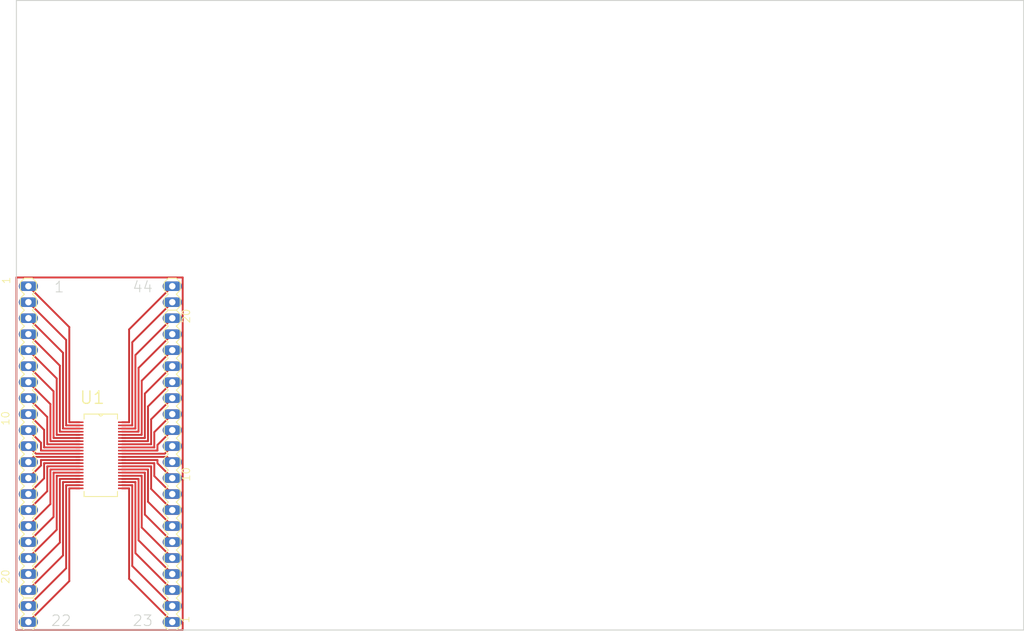
<source format=kicad_pcb>
(kicad_pcb (version 20171130) (host pcbnew "(5.0.1-dev-161-gb2b703363-dirty)+git1-1f19903-1")

  (general
    (thickness 1.6)
    (drawings 8)
    (tracks 132)
    (zones 0)
    (modules 3)
    (nets 46)
  )

  (page A4)
  (layers
    (0 Top signal)
    (31 Bottom signal)
    (32 B.Adhes user)
    (33 F.Adhes user)
    (34 B.Paste user)
    (35 F.Paste user)
    (36 B.SilkS user)
    (37 F.SilkS user)
    (38 B.Mask user)
    (39 F.Mask user)
    (40 Dwgs.User user)
    (41 Cmts.User user)
    (42 Eco1.User user)
    (43 Eco2.User user)
    (44 Edge.Cuts user)
    (45 Margin user)
    (46 B.CrtYd user)
    (47 F.CrtYd user)
    (48 B.Fab user)
    (49 F.Fab user)
  )

  (setup
    (last_trace_width 0.25)
    (trace_clearance 0.2)
    (zone_clearance 0.508)
    (zone_45_only no)
    (trace_min 0.2)
    (segment_width 0.2)
    (edge_width 0.15)
    (via_size 0.8)
    (via_drill 0.4)
    (via_min_size 0.4)
    (via_min_drill 0.3)
    (uvia_size 0.3)
    (uvia_drill 0.1)
    (uvias_allowed no)
    (uvia_min_size 0.2)
    (uvia_min_drill 0.1)
    (pcb_text_width 0.3)
    (pcb_text_size 1.5 1.5)
    (mod_edge_width 0.15)
    (mod_text_size 1 1)
    (mod_text_width 0.15)
    (pad_size 1.524 1.524)
    (pad_drill 0.762)
    (pad_to_mask_clearance 0.051)
    (solder_mask_min_width 0.25)
    (aux_axis_origin 0 0)
    (visible_elements FFFFFF7F)
    (pcbplotparams
      (layerselection 0x010fc_ffffffff)
      (usegerberextensions false)
      (usegerberattributes false)
      (usegerberadvancedattributes false)
      (creategerberjobfile false)
      (excludeedgelayer true)
      (linewidth 0.100000)
      (plotframeref false)
      (viasonmask false)
      (mode 1)
      (useauxorigin false)
      (hpglpennumber 1)
      (hpglpenspeed 20)
      (hpglpendiameter 15.000000)
      (psnegative false)
      (psa4output false)
      (plotreference true)
      (plotvalue true)
      (plotinvisibletext false)
      (padsonsilk false)
      (subtractmaskfromsilk false)
      (outputformat 1)
      (mirror false)
      (drillshape 1)
      (scaleselection 1)
      (outputdirectory ""))
  )

  (net 0 "")
  (net 1 N$45)
  (net 2 "Net-(U$2-Pad22)")
  (net 3 "Net-(U$2-Pad21)")
  (net 4 "Net-(U$2-Pad20)")
  (net 5 "Net-(U$2-Pad19)")
  (net 6 "Net-(U$2-Pad18)")
  (net 7 "Net-(U$2-Pad17)")
  (net 8 "Net-(U$2-Pad16)")
  (net 9 "Net-(U$2-Pad15)")
  (net 10 "Net-(U$2-Pad14)")
  (net 11 "Net-(U$2-Pad13)")
  (net 12 "Net-(U$2-Pad12)")
  (net 13 "Net-(U$2-Pad11)")
  (net 14 "Net-(U$2-Pad10)")
  (net 15 "Net-(U$2-Pad9)")
  (net 16 "Net-(U$2-Pad8)")
  (net 17 "Net-(U$2-Pad7)")
  (net 18 "Net-(U$2-Pad6)")
  (net 19 "Net-(U$2-Pad5)")
  (net 20 "Net-(U$2-Pad4)")
  (net 21 "Net-(U$2-Pad3)")
  (net 22 "Net-(U$2-Pad2)")
  (net 23 "Net-(U$2-Pad1)")
  (net 24 "Net-(U$1-Pad22)")
  (net 25 "Net-(U$1-Pad21)")
  (net 26 "Net-(U$1-Pad20)")
  (net 27 "Net-(U$1-Pad19)")
  (net 28 "Net-(U$1-Pad18)")
  (net 29 "Net-(U$1-Pad17)")
  (net 30 "Net-(U$1-Pad16)")
  (net 31 "Net-(U$1-Pad15)")
  (net 32 "Net-(U$1-Pad14)")
  (net 33 "Net-(U$1-Pad13)")
  (net 34 "Net-(U$1-Pad12)")
  (net 35 "Net-(U$1-Pad11)")
  (net 36 "Net-(U$1-Pad10)")
  (net 37 "Net-(U$1-Pad9)")
  (net 38 "Net-(U$1-Pad8)")
  (net 39 "Net-(U$1-Pad7)")
  (net 40 "Net-(U$1-Pad6)")
  (net 41 "Net-(U$1-Pad5)")
  (net 42 "Net-(U$1-Pad4)")
  (net 43 "Net-(U$1-Pad3)")
  (net 44 "Net-(U$1-Pad2)")
  (net 45 "Net-(U$1-Pad1)")

  (net_class Default "This is the default net class."
    (clearance 0.2)
    (trace_width 0.25)
    (via_dia 0.8)
    (via_drill 0.4)
    (uvia_dia 0.3)
    (uvia_drill 0.1)
    (add_net N$45)
    (add_net "Net-(U$1-Pad1)")
    (add_net "Net-(U$1-Pad10)")
    (add_net "Net-(U$1-Pad11)")
    (add_net "Net-(U$1-Pad12)")
    (add_net "Net-(U$1-Pad13)")
    (add_net "Net-(U$1-Pad14)")
    (add_net "Net-(U$1-Pad15)")
    (add_net "Net-(U$1-Pad16)")
    (add_net "Net-(U$1-Pad17)")
    (add_net "Net-(U$1-Pad18)")
    (add_net "Net-(U$1-Pad19)")
    (add_net "Net-(U$1-Pad2)")
    (add_net "Net-(U$1-Pad20)")
    (add_net "Net-(U$1-Pad21)")
    (add_net "Net-(U$1-Pad22)")
    (add_net "Net-(U$1-Pad3)")
    (add_net "Net-(U$1-Pad4)")
    (add_net "Net-(U$1-Pad5)")
    (add_net "Net-(U$1-Pad6)")
    (add_net "Net-(U$1-Pad7)")
    (add_net "Net-(U$1-Pad8)")
    (add_net "Net-(U$1-Pad9)")
    (add_net "Net-(U$2-Pad1)")
    (add_net "Net-(U$2-Pad10)")
    (add_net "Net-(U$2-Pad11)")
    (add_net "Net-(U$2-Pad12)")
    (add_net "Net-(U$2-Pad13)")
    (add_net "Net-(U$2-Pad14)")
    (add_net "Net-(U$2-Pad15)")
    (add_net "Net-(U$2-Pad16)")
    (add_net "Net-(U$2-Pad17)")
    (add_net "Net-(U$2-Pad18)")
    (add_net "Net-(U$2-Pad19)")
    (add_net "Net-(U$2-Pad2)")
    (add_net "Net-(U$2-Pad20)")
    (add_net "Net-(U$2-Pad21)")
    (add_net "Net-(U$2-Pad22)")
    (add_net "Net-(U$2-Pad3)")
    (add_net "Net-(U$2-Pad4)")
    (add_net "Net-(U$2-Pad5)")
    (add_net "Net-(U$2-Pad6)")
    (add_net "Net-(U$2-Pad7)")
    (add_net "Net-(U$2-Pad8)")
    (add_net "Net-(U$2-Pad9)")
  )

  (module TSSOP44:SOP44 (layer Top) (tedit 0) (tstamp 5BABDCCD)
    (at 81.9061 127.5036)
    (path /B89026D3F9562130)
    (fp_text reference U1 (at -3.4544 -8.255) (layer F.SilkS)
      (effects (font (size 1.97866 1.97866) (thickness 0.197866)) (justify left bottom))
    )
    (fp_text value LTC6802IG-2PBF (at -3.4544 10.16) (layer F.Fab) hide
      (effects (font (size 1.97866 1.97866) (thickness 0.20828)) (justify left bottom))
    )
    (fp_arc (start -0.0476 -6.8016) (end 0.2048 -6.8032) (angle 180) (layer F.Fab) (width 0))
    (fp_line (start -2.65 -6.8) (end -2.65 6.3) (layer F.Fab) (width 0))
    (fp_line (start -0.3 -6.8) (end -2.65 -6.8) (layer F.Fab) (width 0))
    (fp_line (start 0.2048 -6.8032) (end -0.3 -6.8) (layer F.Fab) (width 0))
    (fp_line (start 2.694 -6.8032) (end 0.2048 -6.8032) (layer F.Fab) (width 0))
    (fp_line (start 2.65 6.3) (end 2.694 -6.8032) (layer F.Fab) (width 0))
    (fp_line (start -2.65 6.3) (end 2.65 6.3) (layer F.Fab) (width 0))
    (fp_line (start 3.9894 -5.6602) (end 2.694 -5.6602) (layer F.Fab) (width 0))
    (fp_line (start 3.9894 -5.3554) (end 3.9894 -5.6602) (layer F.Fab) (width 0))
    (fp_line (start 2.694 -5.3554) (end 3.9894 -5.3554) (layer F.Fab) (width 0))
    (fp_line (start 2.694 -5.6602) (end 2.694 -5.3554) (layer F.Fab) (width 0))
    (fp_line (start 3.9894 -5.1522) (end 2.694 -5.1522) (layer F.Fab) (width 0))
    (fp_line (start 3.9894 -4.8474) (end 3.9894 -5.1522) (layer F.Fab) (width 0))
    (fp_line (start 2.694 -4.8474) (end 3.9894 -4.8474) (layer F.Fab) (width 0))
    (fp_line (start 2.694 -5.1522) (end 2.694 -4.8474) (layer F.Fab) (width 0))
    (fp_line (start 3.9894 -4.6442) (end 2.694 -4.6442) (layer F.Fab) (width 0))
    (fp_line (start 3.9894 -4.3648) (end 3.9894 -4.6442) (layer F.Fab) (width 0))
    (fp_line (start 2.694 -4.3648) (end 3.9894 -4.3648) (layer F.Fab) (width 0))
    (fp_line (start 2.694 -4.6442) (end 2.694 -4.3648) (layer F.Fab) (width 0))
    (fp_line (start 3.9894 -4.1616) (end 2.694 -4.1616) (layer F.Fab) (width 0))
    (fp_line (start 3.9894 -3.8568) (end 3.9894 -4.1616) (layer F.Fab) (width 0))
    (fp_line (start 2.694 -3.8568) (end 3.9894 -3.8568) (layer F.Fab) (width 0))
    (fp_line (start 2.694 -4.1616) (end 2.694 -3.8568) (layer F.Fab) (width 0))
    (fp_line (start 3.9894 -3.6536) (end 2.694 -3.6536) (layer F.Fab) (width 0))
    (fp_line (start 3.9894 -3.3488) (end 3.9894 -3.6536) (layer F.Fab) (width 0))
    (fp_line (start 2.694 -3.3488) (end 3.9894 -3.3488) (layer F.Fab) (width 0))
    (fp_line (start 2.694 -3.6536) (end 2.694 -3.3488) (layer F.Fab) (width 0))
    (fp_line (start 3.9894 -3.1456) (end 2.694 -3.1456) (layer F.Fab) (width 0))
    (fp_line (start 3.9894 -2.8408) (end 3.9894 -3.1456) (layer F.Fab) (width 0))
    (fp_line (start 2.694 -2.8408) (end 3.9894 -2.8408) (layer F.Fab) (width 0))
    (fp_line (start 2.694 -3.1456) (end 2.694 -2.8408) (layer F.Fab) (width 0))
    (fp_line (start 3.9894 -2.663) (end 2.694 -2.663) (layer F.Fab) (width 0))
    (fp_line (start 3.9894 -2.3582) (end 3.9894 -2.663) (layer F.Fab) (width 0))
    (fp_line (start 2.694 -2.3582) (end 3.9894 -2.3582) (layer F.Fab) (width 0))
    (fp_line (start 2.694 -2.663) (end 2.694 -2.3582) (layer F.Fab) (width 0))
    (fp_line (start 3.9894 -2.155) (end 2.694 -2.155) (layer F.Fab) (width 0))
    (fp_line (start 3.9894 -1.8502) (end 3.9894 -2.155) (layer F.Fab) (width 0))
    (fp_line (start 2.694 -1.8502) (end 3.9894 -1.8502) (layer F.Fab) (width 0))
    (fp_line (start 2.694 -2.155) (end 2.694 -1.8502) (layer F.Fab) (width 0))
    (fp_line (start 3.9894 -1.647) (end 2.694 -1.647) (layer F.Fab) (width 0))
    (fp_line (start 3.9894 -1.3422) (end 3.9894 -1.647) (layer F.Fab) (width 0))
    (fp_line (start 2.694 -1.3422) (end 3.9894 -1.3422) (layer F.Fab) (width 0))
    (fp_line (start 2.694 -1.647) (end 2.694 -1.3422) (layer F.Fab) (width 0))
    (fp_line (start 3.9894 -1.139) (end 2.694 -1.139) (layer F.Fab) (width 0))
    (fp_line (start 3.9894 -0.8596) (end 3.9894 -1.139) (layer F.Fab) (width 0))
    (fp_line (start 2.694 -0.8596) (end 3.9894 -0.8596) (layer F.Fab) (width 0))
    (fp_line (start 2.694 -1.139) (end 2.694 -0.8596) (layer F.Fab) (width 0))
    (fp_line (start 3.9894 -0.6564) (end 2.694 -0.6564) (layer F.Fab) (width 0))
    (fp_line (start 3.9894 -0.3516) (end 3.9894 -0.6564) (layer F.Fab) (width 0))
    (fp_line (start 2.694 -0.3516) (end 3.9894 -0.3516) (layer F.Fab) (width 0))
    (fp_line (start 2.694 -0.6564) (end 2.694 -0.3516) (layer F.Fab) (width 0))
    (fp_line (start 3.9894 -0.1484) (end 2.694 -0.1484) (layer F.Fab) (width 0))
    (fp_line (start 3.9894 0.1564) (end 3.9894 -0.1484) (layer F.Fab) (width 0))
    (fp_line (start 2.694 0.1564) (end 3.9894 0.1564) (layer F.Fab) (width 0))
    (fp_line (start 2.694 -0.1484) (end 2.694 0.1564) (layer F.Fab) (width 0))
    (fp_line (start 3.9894 0.3596) (end 2.694 0.3596) (layer F.Fab) (width 0))
    (fp_line (start 3.9894 0.639) (end 3.9894 0.3596) (layer F.Fab) (width 0))
    (fp_line (start 2.694 0.639) (end 3.9894 0.639) (layer F.Fab) (width 0))
    (fp_line (start 2.694 0.3596) (end 2.694 0.639) (layer F.Fab) (width 0))
    (fp_line (start 3.9894 0.8422) (end 2.694 0.8422) (layer F.Fab) (width 0))
    (fp_line (start 3.9894 1.147) (end 3.9894 0.8422) (layer F.Fab) (width 0))
    (fp_line (start 2.694 1.147) (end 3.9894 1.147) (layer F.Fab) (width 0))
    (fp_line (start 2.694 0.8422) (end 2.694 1.147) (layer F.Fab) (width 0))
    (fp_line (start 3.9894 1.3502) (end 2.694 1.3502) (layer F.Fab) (width 0))
    (fp_line (start 3.9894 1.655) (end 3.9894 1.3502) (layer F.Fab) (width 0))
    (fp_line (start 2.694 1.655) (end 3.9894 1.655) (layer F.Fab) (width 0))
    (fp_line (start 2.694 1.3502) (end 2.694 1.655) (layer F.Fab) (width 0))
    (fp_line (start 3.9894 1.8582) (end 2.694 1.8582) (layer F.Fab) (width 0))
    (fp_line (start 3.9894 2.163) (end 3.9894 1.8582) (layer F.Fab) (width 0))
    (fp_line (start 2.694 2.163) (end 3.9894 2.163) (layer F.Fab) (width 0))
    (fp_line (start 2.694 1.8582) (end 2.694 2.163) (layer F.Fab) (width 0))
    (fp_line (start 3.9894 2.3408) (end 2.694 2.3408) (layer F.Fab) (width 0))
    (fp_line (start 3.9894 2.6456) (end 3.9894 2.3408) (layer F.Fab) (width 0))
    (fp_line (start 2.694 2.6456) (end 3.9894 2.6456) (layer F.Fab) (width 0))
    (fp_line (start 2.694 2.3408) (end 2.694 2.6456) (layer F.Fab) (width 0))
    (fp_line (start 3.9894 2.8488) (end 2.694 2.8488) (layer F.Fab) (width 0))
    (fp_line (start 3.9894 3.1536) (end 3.9894 2.8488) (layer F.Fab) (width 0))
    (fp_line (start 2.694 3.1536) (end 3.9894 3.1536) (layer F.Fab) (width 0))
    (fp_line (start 2.694 2.8488) (end 2.694 3.1536) (layer F.Fab) (width 0))
    (fp_line (start 3.9894 3.3568) (end 2.694 3.3568) (layer F.Fab) (width 0))
    (fp_line (start 3.9894 3.6616) (end 3.9894 3.3568) (layer F.Fab) (width 0))
    (fp_line (start 2.694 3.6616) (end 3.9894 3.6616) (layer F.Fab) (width 0))
    (fp_line (start 2.694 3.3568) (end 2.694 3.6616) (layer F.Fab) (width 0))
    (fp_line (start 3.9894 3.8648) (end 2.694 3.8648) (layer F.Fab) (width 0))
    (fp_line (start 3.9894 4.1442) (end 3.9894 3.8648) (layer F.Fab) (width 0))
    (fp_line (start 2.694 4.1442) (end 3.9894 4.1442) (layer F.Fab) (width 0))
    (fp_line (start 2.694 3.8648) (end 2.694 4.1442) (layer F.Fab) (width 0))
    (fp_line (start 3.9894 4.3474) (end 2.694 4.3474) (layer F.Fab) (width 0))
    (fp_line (start 3.9894 4.6522) (end 3.9894 4.3474) (layer F.Fab) (width 0))
    (fp_line (start 2.694 4.6522) (end 3.9894 4.6522) (layer F.Fab) (width 0))
    (fp_line (start 2.694 4.3474) (end 2.694 4.6522) (layer F.Fab) (width 0))
    (fp_line (start 3.9894 4.8554) (end 2.694 4.8554) (layer F.Fab) (width 0))
    (fp_line (start 3.9894 5.1602) (end 3.9894 4.8554) (layer F.Fab) (width 0))
    (fp_line (start 2.694 5.1602) (end 3.9894 5.1602) (layer F.Fab) (width 0))
    (fp_line (start 2.694 4.8554) (end 2.694 5.1602) (layer F.Fab) (width 0))
    (fp_line (start -4.1894 5.1602) (end -2.894 5.1602) (layer F.Fab) (width 0))
    (fp_line (start -4.1894 4.8554) (end -4.1894 5.1602) (layer F.Fab) (width 0))
    (fp_line (start -2.894 4.8554) (end -4.1894 4.8554) (layer F.Fab) (width 0))
    (fp_line (start -2.894 5.1602) (end -2.894 4.8554) (layer F.Fab) (width 0))
    (fp_line (start -4.1894 4.6522) (end -2.894 4.6522) (layer F.Fab) (width 0))
    (fp_line (start -4.1894 4.3474) (end -4.1894 4.6522) (layer F.Fab) (width 0))
    (fp_line (start -2.894 4.3474) (end -4.1894 4.3474) (layer F.Fab) (width 0))
    (fp_line (start -2.894 4.6522) (end -2.894 4.3474) (layer F.Fab) (width 0))
    (fp_line (start -4.1894 4.1442) (end -2.894 4.1442) (layer F.Fab) (width 0))
    (fp_line (start -4.1894 3.8648) (end -4.1894 4.1442) (layer F.Fab) (width 0))
    (fp_line (start -2.894 3.8648) (end -4.1894 3.8648) (layer F.Fab) (width 0))
    (fp_line (start -2.894 4.1442) (end -2.894 3.8648) (layer F.Fab) (width 0))
    (fp_line (start -4.1894 3.6616) (end -2.894 3.6616) (layer F.Fab) (width 0))
    (fp_line (start -4.1894 3.3568) (end -4.1894 3.6616) (layer F.Fab) (width 0))
    (fp_line (start -2.894 3.3568) (end -4.1894 3.3568) (layer F.Fab) (width 0))
    (fp_line (start -2.894 3.6616) (end -2.894 3.3568) (layer F.Fab) (width 0))
    (fp_line (start -4.1894 3.1536) (end -2.894 3.1536) (layer F.Fab) (width 0))
    (fp_line (start -4.1894 2.8488) (end -4.1894 3.1536) (layer F.Fab) (width 0))
    (fp_line (start -2.894 2.8488) (end -4.1894 2.8488) (layer F.Fab) (width 0))
    (fp_line (start -2.894 3.1536) (end -2.894 2.8488) (layer F.Fab) (width 0))
    (fp_line (start -4.1894 2.6456) (end -2.894 2.6456) (layer F.Fab) (width 0))
    (fp_line (start -4.1894 2.3408) (end -4.1894 2.6456) (layer F.Fab) (width 0))
    (fp_line (start -2.894 2.3408) (end -4.1894 2.3408) (layer F.Fab) (width 0))
    (fp_line (start -2.894 2.6456) (end -2.894 2.3408) (layer F.Fab) (width 0))
    (fp_line (start -4.1894 2.163) (end -2.894 2.163) (layer F.Fab) (width 0))
    (fp_line (start -4.1894 1.8582) (end -4.1894 2.163) (layer F.Fab) (width 0))
    (fp_line (start -2.894 1.8582) (end -4.1894 1.8582) (layer F.Fab) (width 0))
    (fp_line (start -2.894 2.163) (end -2.894 1.8582) (layer F.Fab) (width 0))
    (fp_line (start -4.1894 1.655) (end -2.894 1.655) (layer F.Fab) (width 0))
    (fp_line (start -4.1894 1.3502) (end -4.1894 1.655) (layer F.Fab) (width 0))
    (fp_line (start -2.894 1.3502) (end -4.1894 1.3502) (layer F.Fab) (width 0))
    (fp_line (start -2.894 1.655) (end -2.894 1.3502) (layer F.Fab) (width 0))
    (fp_line (start -4.1894 1.147) (end -2.894 1.147) (layer F.Fab) (width 0))
    (fp_line (start -4.1894 0.8422) (end -4.1894 1.147) (layer F.Fab) (width 0))
    (fp_line (start -2.894 0.8422) (end -4.1894 0.8422) (layer F.Fab) (width 0))
    (fp_line (start -2.894 1.147) (end -2.894 0.8422) (layer F.Fab) (width 0))
    (fp_line (start -4.1894 0.639) (end -2.894 0.639) (layer F.Fab) (width 0))
    (fp_line (start -4.1894 0.3596) (end -4.1894 0.639) (layer F.Fab) (width 0))
    (fp_line (start -2.894 0.3596) (end -4.1894 0.3596) (layer F.Fab) (width 0))
    (fp_line (start -2.894 0.639) (end -2.894 0.3596) (layer F.Fab) (width 0))
    (fp_line (start -4.1894 0.1564) (end -2.894 0.1564) (layer F.Fab) (width 0))
    (fp_line (start -4.1894 -0.1484) (end -4.1894 0.1564) (layer F.Fab) (width 0))
    (fp_line (start -2.894 -0.1484) (end -4.1894 -0.1484) (layer F.Fab) (width 0))
    (fp_line (start -2.894 0.1564) (end -2.894 -0.1484) (layer F.Fab) (width 0))
    (fp_line (start -4.1894 -0.3516) (end -2.894 -0.3516) (layer F.Fab) (width 0))
    (fp_line (start -4.1894 -0.6564) (end -4.1894 -0.3516) (layer F.Fab) (width 0))
    (fp_line (start -2.894 -0.6564) (end -4.1894 -0.6564) (layer F.Fab) (width 0))
    (fp_line (start -2.894 -0.3516) (end -2.894 -0.6564) (layer F.Fab) (width 0))
    (fp_line (start -4.1894 -0.8596) (end -2.894 -0.8596) (layer F.Fab) (width 0))
    (fp_line (start -4.1894 -1.139) (end -4.1894 -0.8596) (layer F.Fab) (width 0))
    (fp_line (start -2.894 -1.139) (end -4.1894 -1.139) (layer F.Fab) (width 0))
    (fp_line (start -2.894 -0.8596) (end -2.894 -1.139) (layer F.Fab) (width 0))
    (fp_line (start -4.1894 -1.3422) (end -2.894 -1.3422) (layer F.Fab) (width 0))
    (fp_line (start -4.1894 -1.647) (end -4.1894 -1.3422) (layer F.Fab) (width 0))
    (fp_line (start -2.894 -1.647) (end -4.1894 -1.647) (layer F.Fab) (width 0))
    (fp_line (start -2.894 -1.3422) (end -2.894 -1.647) (layer F.Fab) (width 0))
    (fp_line (start -4.1894 -1.8502) (end -2.894 -1.8502) (layer F.Fab) (width 0))
    (fp_line (start -4.1894 -2.155) (end -4.1894 -1.8502) (layer F.Fab) (width 0))
    (fp_line (start -2.894 -2.155) (end -4.1894 -2.155) (layer F.Fab) (width 0))
    (fp_line (start -2.894 -1.8502) (end -2.894 -2.155) (layer F.Fab) (width 0))
    (fp_line (start -4.1894 -2.3582) (end -2.894 -2.3582) (layer F.Fab) (width 0))
    (fp_line (start -4.1894 -2.663) (end -4.1894 -2.3582) (layer F.Fab) (width 0))
    (fp_line (start -2.894 -2.663) (end -4.1894 -2.663) (layer F.Fab) (width 0))
    (fp_line (start -2.894 -2.3582) (end -2.894 -2.663) (layer F.Fab) (width 0))
    (fp_line (start -4.1894 -2.8408) (end -2.894 -2.8408) (layer F.Fab) (width 0))
    (fp_line (start -4.1894 -3.1456) (end -4.1894 -2.8408) (layer F.Fab) (width 0))
    (fp_line (start -2.894 -3.1456) (end -4.1894 -3.1456) (layer F.Fab) (width 0))
    (fp_line (start -2.894 -2.8408) (end -2.894 -3.1456) (layer F.Fab) (width 0))
    (fp_line (start -4.1894 -3.3488) (end -2.894 -3.3488) (layer F.Fab) (width 0))
    (fp_line (start -4.1894 -3.6536) (end -4.1894 -3.3488) (layer F.Fab) (width 0))
    (fp_line (start -2.894 -3.6536) (end -4.1894 -3.6536) (layer F.Fab) (width 0))
    (fp_line (start -2.894 -3.3488) (end -2.894 -3.6536) (layer F.Fab) (width 0))
    (fp_line (start -4.1894 -3.8568) (end -2.894 -3.8568) (layer F.Fab) (width 0))
    (fp_line (start -4.1894 -4.1616) (end -4.1894 -3.8568) (layer F.Fab) (width 0))
    (fp_line (start -2.894 -4.1616) (end -4.1894 -4.1616) (layer F.Fab) (width 0))
    (fp_line (start -2.894 -3.8568) (end -2.894 -4.1616) (layer F.Fab) (width 0))
    (fp_line (start -4.1894 -4.3648) (end -2.894 -4.3648) (layer F.Fab) (width 0))
    (fp_line (start -4.1894 -4.6442) (end -4.1894 -4.3648) (layer F.Fab) (width 0))
    (fp_line (start -2.894 -4.6442) (end -4.1894 -4.6442) (layer F.Fab) (width 0))
    (fp_line (start -2.894 -4.3648) (end -2.894 -4.6442) (layer F.Fab) (width 0))
    (fp_line (start -4.1894 -4.8474) (end -2.894 -4.8474) (layer F.Fab) (width 0))
    (fp_line (start -4.1894 -5.1522) (end -4.1894 -4.8474) (layer F.Fab) (width 0))
    (fp_line (start -2.894 -5.1522) (end -4.1894 -5.1522) (layer F.Fab) (width 0))
    (fp_line (start -2.894 -4.8474) (end -2.894 -5.1522) (layer F.Fab) (width 0))
    (fp_line (start -4.1894 -5.3554) (end -2.894 -5.3554) (layer F.Fab) (width 0))
    (fp_line (start -4.1894 -5.6602) (end -4.1894 -5.3554) (layer F.Fab) (width 0))
    (fp_line (start -2.894 -5.6602) (end -4.1894 -5.6602) (layer F.Fab) (width 0))
    (fp_line (start -2.894 -5.3554) (end -2.894 -5.6602) (layer F.Fab) (width 0))
    (fp_arc (start 0 -6.8) (end 0.3 -6.8) (angle 180) (layer F.SilkS) (width 0.1524))
    (fp_line (start -2.65 -6.8) (end -2.65 -5.9904) (layer F.SilkS) (width 0.1524))
    (fp_line (start -0.3 -6.8) (end -2.65 -6.8) (layer F.SilkS) (width 0.1524))
    (fp_line (start 0.3 -6.8) (end -0.3 -6.8) (layer F.SilkS) (width 0.1524))
    (fp_line (start 2.65 -6.8) (end 0.3 -6.8) (layer F.SilkS) (width 0.1524))
    (fp_line (start 2.65 6.3) (end 2.65 5.4904) (layer F.SilkS) (width 0.1524))
    (fp_line (start -2.65 6.3) (end 2.65 6.3) (layer F.SilkS) (width 0.1524))
    (fp_line (start -2.65 5.4904) (end -2.65 6.3) (layer F.SilkS) (width 0.1524))
    (fp_line (start 2.65 -5.9904) (end 2.65 -6.8) (layer F.SilkS) (width 0.1524))
    (pad 44 smd rect (at 3.375 -5.5) (size 1.25 0.25) (layers Top F.Paste F.Mask)
      (net 2 "Net-(U$2-Pad22)") (solder_mask_margin 0.1016))
    (pad 43 smd rect (at 3.375 -5) (size 1.25 0.25) (layers Top F.Paste F.Mask)
      (net 3 "Net-(U$2-Pad21)") (solder_mask_margin 0.1016))
    (pad 42 smd rect (at 3.375 -4.5) (size 1.25 0.25) (layers Top F.Paste F.Mask)
      (net 4 "Net-(U$2-Pad20)") (solder_mask_margin 0.1016))
    (pad 41 smd rect (at 3.375 -4) (size 1.25 0.25) (layers Top F.Paste F.Mask)
      (net 5 "Net-(U$2-Pad19)") (solder_mask_margin 0.1016))
    (pad 40 smd rect (at 3.375 -3.5) (size 1.25 0.25) (layers Top F.Paste F.Mask)
      (net 6 "Net-(U$2-Pad18)") (solder_mask_margin 0.1016))
    (pad 39 smd rect (at 3.375 -3) (size 1.25 0.25) (layers Top F.Paste F.Mask)
      (net 7 "Net-(U$2-Pad17)") (solder_mask_margin 0.1016))
    (pad 38 smd rect (at 3.375 -2.5) (size 1.25 0.25) (layers Top F.Paste F.Mask)
      (net 8 "Net-(U$2-Pad16)") (solder_mask_margin 0.1016))
    (pad 37 smd rect (at 3.375 -2) (size 1.25 0.25) (layers Top F.Paste F.Mask)
      (net 9 "Net-(U$2-Pad15)") (solder_mask_margin 0.1016))
    (pad 36 smd rect (at 3.375 -1.5) (size 1.25 0.25) (layers Top F.Paste F.Mask)
      (net 10 "Net-(U$2-Pad14)") (solder_mask_margin 0.1016))
    (pad 35 smd rect (at 3.375 -1) (size 1.25 0.25) (layers Top F.Paste F.Mask)
      (net 11 "Net-(U$2-Pad13)") (solder_mask_margin 0.1016))
    (pad 34 smd rect (at 3.375 -0.5) (size 1.25 0.25) (layers Top F.Paste F.Mask)
      (net 12 "Net-(U$2-Pad12)") (solder_mask_margin 0.1016))
    (pad 33 smd rect (at 3.375 0) (size 1.25 0.25) (layers Top F.Paste F.Mask)
      (net 13 "Net-(U$2-Pad11)") (solder_mask_margin 0.1016))
    (pad 32 smd rect (at 3.375 0.5) (size 1.25 0.25) (layers Top F.Paste F.Mask)
      (net 14 "Net-(U$2-Pad10)") (solder_mask_margin 0.1016))
    (pad 31 smd rect (at 3.375 1) (size 1.25 0.25) (layers Top F.Paste F.Mask)
      (net 15 "Net-(U$2-Pad9)") (solder_mask_margin 0.1016))
    (pad 30 smd rect (at 3.375 1.5) (size 1.25 0.25) (layers Top F.Paste F.Mask)
      (net 16 "Net-(U$2-Pad8)") (solder_mask_margin 0.1016))
    (pad 29 smd rect (at 3.375 2) (size 1.25 0.25) (layers Top F.Paste F.Mask)
      (net 17 "Net-(U$2-Pad7)") (solder_mask_margin 0.1016))
    (pad 28 smd rect (at 3.375 2.5) (size 1.25 0.25) (layers Top F.Paste F.Mask)
      (net 18 "Net-(U$2-Pad6)") (solder_mask_margin 0.1016))
    (pad 27 smd rect (at 3.375 3) (size 1.25 0.25) (layers Top F.Paste F.Mask)
      (net 19 "Net-(U$2-Pad5)") (solder_mask_margin 0.1016))
    (pad 26 smd rect (at 3.375 3.5) (size 1.25 0.25) (layers Top F.Paste F.Mask)
      (net 20 "Net-(U$2-Pad4)") (solder_mask_margin 0.1016))
    (pad 25 smd rect (at 3.375 4) (size 1.25 0.25) (layers Top F.Paste F.Mask)
      (net 21 "Net-(U$2-Pad3)") (solder_mask_margin 0.1016))
    (pad 24 smd rect (at 3.375 4.5) (size 1.25 0.25) (layers Top F.Paste F.Mask)
      (net 22 "Net-(U$2-Pad2)") (solder_mask_margin 0.1016))
    (pad 23 smd rect (at 3.375 5) (size 1.25 0.25) (layers Top F.Paste F.Mask)
      (net 23 "Net-(U$2-Pad1)") (solder_mask_margin 0.1016))
    (pad 22 smd rect (at -3.375 5) (size 1.25 0.25) (layers Top F.Paste F.Mask)
      (net 24 "Net-(U$1-Pad22)") (solder_mask_margin 0.1016))
    (pad 21 smd rect (at -3.375 4.5) (size 1.25 0.25) (layers Top F.Paste F.Mask)
      (net 25 "Net-(U$1-Pad21)") (solder_mask_margin 0.1016))
    (pad 20 smd rect (at -3.375 4) (size 1.25 0.25) (layers Top F.Paste F.Mask)
      (net 26 "Net-(U$1-Pad20)") (solder_mask_margin 0.1016))
    (pad 19 smd rect (at -3.375 3.5) (size 1.25 0.25) (layers Top F.Paste F.Mask)
      (net 27 "Net-(U$1-Pad19)") (solder_mask_margin 0.1016))
    (pad 18 smd rect (at -3.375 3) (size 1.25 0.25) (layers Top F.Paste F.Mask)
      (net 28 "Net-(U$1-Pad18)") (solder_mask_margin 0.1016))
    (pad 17 smd rect (at -3.375 2.5) (size 1.25 0.25) (layers Top F.Paste F.Mask)
      (net 29 "Net-(U$1-Pad17)") (solder_mask_margin 0.1016))
    (pad 16 smd rect (at -3.375 2) (size 1.25 0.25) (layers Top F.Paste F.Mask)
      (net 30 "Net-(U$1-Pad16)") (solder_mask_margin 0.1016))
    (pad 15 smd rect (at -3.375 1.5) (size 1.25 0.25) (layers Top F.Paste F.Mask)
      (net 31 "Net-(U$1-Pad15)") (solder_mask_margin 0.1016))
    (pad 14 smd rect (at -3.375 1) (size 1.25 0.25) (layers Top F.Paste F.Mask)
      (net 32 "Net-(U$1-Pad14)") (solder_mask_margin 0.1016))
    (pad 13 smd rect (at -3.375 0.5) (size 1.25 0.25) (layers Top F.Paste F.Mask)
      (net 33 "Net-(U$1-Pad13)") (solder_mask_margin 0.1016))
    (pad 12 smd rect (at -3.375 0) (size 1.25 0.25) (layers Top F.Paste F.Mask)
      (net 34 "Net-(U$1-Pad12)") (solder_mask_margin 0.1016))
    (pad 11 smd rect (at -3.375 -0.5) (size 1.25 0.25) (layers Top F.Paste F.Mask)
      (net 35 "Net-(U$1-Pad11)") (solder_mask_margin 0.1016))
    (pad 10 smd rect (at -3.375 -1) (size 1.25 0.25) (layers Top F.Paste F.Mask)
      (net 36 "Net-(U$1-Pad10)") (solder_mask_margin 0.1016))
    (pad 9 smd rect (at -3.375 -1.5) (size 1.25 0.25) (layers Top F.Paste F.Mask)
      (net 37 "Net-(U$1-Pad9)") (solder_mask_margin 0.1016))
    (pad 8 smd rect (at -3.375 -2) (size 1.25 0.25) (layers Top F.Paste F.Mask)
      (net 38 "Net-(U$1-Pad8)") (solder_mask_margin 0.1016))
    (pad 7 smd rect (at -3.375 -2.5) (size 1.25 0.25) (layers Top F.Paste F.Mask)
      (net 39 "Net-(U$1-Pad7)") (solder_mask_margin 0.1016))
    (pad 6 smd rect (at -3.375 -3) (size 1.25 0.25) (layers Top F.Paste F.Mask)
      (net 40 "Net-(U$1-Pad6)") (solder_mask_margin 0.1016))
    (pad 5 smd rect (at -3.375 -3.5) (size 1.25 0.25) (layers Top F.Paste F.Mask)
      (net 41 "Net-(U$1-Pad5)") (solder_mask_margin 0.1016))
    (pad 4 smd rect (at -3.375 -4) (size 1.25 0.25) (layers Top F.Paste F.Mask)
      (net 42 "Net-(U$1-Pad4)") (solder_mask_margin 0.1016))
    (pad 3 smd rect (at -3.375 -4.5) (size 1.25 0.25) (layers Top F.Paste F.Mask)
      (net 43 "Net-(U$1-Pad3)") (solder_mask_margin 0.1016))
    (pad 2 smd rect (at -3.375 -5) (size 1.25 0.25) (layers Top F.Paste F.Mask)
      (net 44 "Net-(U$1-Pad2)") (solder_mask_margin 0.1016))
    (pad 1 smd rect (at -3.375 -5.5) (size 1.25 0.25) (layers Top F.Paste F.Mask)
      (net 45 "Net-(U$1-Pad1)") (solder_mask_margin 0.1016))
  )

  (module TSSOP44:MA22-1 (layer Top) (tedit 0) (tstamp 5BABDDBC)
    (at 70.4061 127.0636 270)
    (path /850A8AB0BABD3B23)
    (fp_text reference U$1 (at -27.94 -1.651 270) (layer F.SilkS) hide
      (effects (font (size 1.2065 1.2065) (thickness 0.127)) (justify right top))
    )
    (fp_text value MA22-1 (at -20.32 -1.651 270) (layer F.Fab) hide
      (effects (font (size 1.2065 1.2065) (thickness 0.127)) (justify right top))
    )
    (fp_poly (pts (xy 26.3398 0.3302) (xy 27.0002 0.3302) (xy 27.0002 -0.3302) (xy 26.3398 -0.3302)) (layer F.Fab) (width 0))
    (fp_poly (pts (xy 23.7998 0.3302) (xy 24.4602 0.3302) (xy 24.4602 -0.3302) (xy 23.7998 -0.3302)) (layer F.Fab) (width 0))
    (fp_line (start 24.765 1.27) (end 23.495 1.27) (layer F.SilkS) (width 0.1524))
    (fp_line (start 22.86 0.635) (end 23.495 1.27) (layer F.SilkS) (width 0.1524))
    (fp_line (start 23.495 -1.27) (end 22.86 -0.635) (layer F.SilkS) (width 0.1524))
    (fp_line (start 26.035 1.27) (end 25.4 0.635) (layer F.SilkS) (width 0.1524))
    (fp_line (start 27.305 1.27) (end 26.035 1.27) (layer F.SilkS) (width 0.1524))
    (fp_line (start 27.94 0.635) (end 27.305 1.27) (layer F.SilkS) (width 0.1524))
    (fp_line (start 27.94 -0.635) (end 27.94 0.635) (layer F.SilkS) (width 0.1524))
    (fp_line (start 27.305 -1.27) (end 27.94 -0.635) (layer F.SilkS) (width 0.1524))
    (fp_line (start 26.035 -1.27) (end 27.305 -1.27) (layer F.SilkS) (width 0.1524))
    (fp_line (start 25.4 -0.635) (end 26.035 -1.27) (layer F.SilkS) (width 0.1524))
    (fp_line (start 25.4 0.635) (end 24.765 1.27) (layer F.SilkS) (width 0.1524))
    (fp_line (start 24.765 -1.27) (end 25.4 -0.635) (layer F.SilkS) (width 0.1524))
    (fp_line (start 23.495 -1.27) (end 24.765 -1.27) (layer F.SilkS) (width 0.1524))
    (fp_poly (pts (xy 21.2598 0.3302) (xy 21.9202 0.3302) (xy 21.9202 -0.3302) (xy 21.2598 -0.3302)) (layer F.Fab) (width 0))
    (fp_poly (pts (xy 18.7198 0.3302) (xy 19.3802 0.3302) (xy 19.3802 -0.3302) (xy 18.7198 -0.3302)) (layer F.Fab) (width 0))
    (fp_poly (pts (xy 16.1798 0.3302) (xy 16.8402 0.3302) (xy 16.8402 -0.3302) (xy 16.1798 -0.3302)) (layer F.Fab) (width 0))
    (fp_poly (pts (xy 13.6398 0.3302) (xy 14.3002 0.3302) (xy 14.3002 -0.3302) (xy 13.6398 -0.3302)) (layer F.Fab) (width 0))
    (fp_poly (pts (xy 11.0998 0.3302) (xy 11.7602 0.3302) (xy 11.7602 -0.3302) (xy 11.0998 -0.3302)) (layer F.Fab) (width 0))
    (fp_poly (pts (xy -4.1402 0.3302) (xy -3.4798 0.3302) (xy -3.4798 -0.3302) (xy -4.1402 -0.3302)) (layer F.Fab) (width 0))
    (fp_poly (pts (xy -6.6802 0.3302) (xy -6.0198 0.3302) (xy -6.0198 -0.3302) (xy -6.6802 -0.3302)) (layer F.Fab) (width 0))
    (fp_poly (pts (xy -9.2202 0.3302) (xy -8.5598 0.3302) (xy -8.5598 -0.3302) (xy -9.2202 -0.3302)) (layer F.Fab) (width 0))
    (fp_poly (pts (xy -11.7602 0.3302) (xy -11.0998 0.3302) (xy -11.0998 -0.3302) (xy -11.7602 -0.3302)) (layer F.Fab) (width 0))
    (fp_poly (pts (xy -14.3002 0.3302) (xy -13.6398 0.3302) (xy -13.6398 -0.3302) (xy -14.3002 -0.3302)) (layer F.Fab) (width 0))
    (fp_poly (pts (xy 8.5598 0.3302) (xy 9.2202 0.3302) (xy 9.2202 -0.3302) (xy 8.5598 -0.3302)) (layer F.Fab) (width 0))
    (fp_poly (pts (xy 6.0198 0.3302) (xy 6.6802 0.3302) (xy 6.6802 -0.3302) (xy 6.0198 -0.3302)) (layer F.Fab) (width 0))
    (fp_poly (pts (xy 3.4798 0.3302) (xy 4.1402 0.3302) (xy 4.1402 -0.3302) (xy 3.4798 -0.3302)) (layer F.Fab) (width 0))
    (fp_poly (pts (xy 0.9398 0.3302) (xy 1.6002 0.3302) (xy 1.6002 -0.3302) (xy 0.9398 -0.3302)) (layer F.Fab) (width 0))
    (fp_poly (pts (xy -16.8402 0.3302) (xy -16.1798 0.3302) (xy -16.1798 -0.3302) (xy -16.8402 -0.3302)) (layer F.Fab) (width 0))
    (fp_poly (pts (xy -19.3802 0.3302) (xy -18.7198 0.3302) (xy -18.7198 -0.3302) (xy -19.3802 -0.3302)) (layer F.Fab) (width 0))
    (fp_poly (pts (xy -21.9202 0.3302) (xy -21.2598 0.3302) (xy -21.2598 -0.3302) (xy -21.9202 -0.3302)) (layer F.Fab) (width 0))
    (fp_poly (pts (xy -24.4602 0.3302) (xy -23.7998 0.3302) (xy -23.7998 -0.3302) (xy -24.4602 -0.3302)) (layer F.Fab) (width 0))
    (fp_poly (pts (xy -1.6002 0.3302) (xy -0.9398 0.3302) (xy -0.9398 -0.3302) (xy -1.6002 -0.3302)) (layer F.Fab) (width 0))
    (fp_poly (pts (xy -27.0002 0.3302) (xy -26.3398 0.3302) (xy -26.3398 -0.3302) (xy -27.0002 -0.3302)) (layer F.Fab) (width 0))
    (fp_text user 10 (at -4.445 2.921 270) (layer F.SilkS)
      (effects (font (size 1.2065 1.2065) (thickness 0.127)) (justify left bottom))
    )
    (fp_text user 20 (at 20.701 2.921 270) (layer F.SilkS)
      (effects (font (size 1.2065 1.2065) (thickness 0.127)) (justify left bottom))
    )
    (fp_text user 1 (at -26.924 2.794 270) (layer F.SilkS)
      (effects (font (size 1.2065 1.2065) (thickness 0.127)) (justify left bottom))
    )
    (fp_line (start 19.685 1.27) (end 18.415 1.27) (layer F.SilkS) (width 0.1524))
    (fp_line (start 17.78 0.635) (end 18.415 1.27) (layer F.SilkS) (width 0.1524))
    (fp_line (start 18.415 -1.27) (end 17.78 -0.635) (layer F.SilkS) (width 0.1524))
    (fp_line (start 20.955 1.27) (end 20.32 0.635) (layer F.SilkS) (width 0.1524))
    (fp_line (start 22.225 1.27) (end 20.955 1.27) (layer F.SilkS) (width 0.1524))
    (fp_line (start 22.86 0.635) (end 22.225 1.27) (layer F.SilkS) (width 0.1524))
    (fp_line (start 22.86 -0.635) (end 22.86 0.635) (layer F.SilkS) (width 0.1524))
    (fp_line (start 22.225 -1.27) (end 22.86 -0.635) (layer F.SilkS) (width 0.1524))
    (fp_line (start 20.955 -1.27) (end 22.225 -1.27) (layer F.SilkS) (width 0.1524))
    (fp_line (start 20.32 -0.635) (end 20.955 -1.27) (layer F.SilkS) (width 0.1524))
    (fp_line (start 20.32 0.635) (end 19.685 1.27) (layer F.SilkS) (width 0.1524))
    (fp_line (start 19.685 -1.27) (end 20.32 -0.635) (layer F.SilkS) (width 0.1524))
    (fp_line (start 18.415 -1.27) (end 19.685 -1.27) (layer F.SilkS) (width 0.1524))
    (fp_line (start 15.875 1.27) (end 15.24 0.635) (layer F.SilkS) (width 0.1524))
    (fp_line (start 17.145 1.27) (end 15.875 1.27) (layer F.SilkS) (width 0.1524))
    (fp_line (start 17.78 0.635) (end 17.145 1.27) (layer F.SilkS) (width 0.1524))
    (fp_line (start 17.145 -1.27) (end 17.78 -0.635) (layer F.SilkS) (width 0.1524))
    (fp_line (start 15.875 -1.27) (end 17.145 -1.27) (layer F.SilkS) (width 0.1524))
    (fp_line (start 15.24 -0.635) (end 15.875 -1.27) (layer F.SilkS) (width 0.1524))
    (fp_line (start 12.065 1.27) (end 10.795 1.27) (layer F.SilkS) (width 0.1524))
    (fp_line (start 10.16 0.635) (end 10.795 1.27) (layer F.SilkS) (width 0.1524))
    (fp_line (start 10.795 -1.27) (end 10.16 -0.635) (layer F.SilkS) (width 0.1524))
    (fp_line (start 13.335 1.27) (end 12.7 0.635) (layer F.SilkS) (width 0.1524))
    (fp_line (start 14.605 1.27) (end 13.335 1.27) (layer F.SilkS) (width 0.1524))
    (fp_line (start 15.24 0.635) (end 14.605 1.27) (layer F.SilkS) (width 0.1524))
    (fp_line (start 14.605 -1.27) (end 15.24 -0.635) (layer F.SilkS) (width 0.1524))
    (fp_line (start 13.335 -1.27) (end 14.605 -1.27) (layer F.SilkS) (width 0.1524))
    (fp_line (start 12.7 -0.635) (end 13.335 -1.27) (layer F.SilkS) (width 0.1524))
    (fp_line (start 12.7 0.635) (end 12.065 1.27) (layer F.SilkS) (width 0.1524))
    (fp_line (start 12.065 -1.27) (end 12.7 -0.635) (layer F.SilkS) (width 0.1524))
    (fp_line (start 10.795 -1.27) (end 12.065 -1.27) (layer F.SilkS) (width 0.1524))
    (fp_line (start -5.715 1.27) (end -6.985 1.27) (layer F.SilkS) (width 0.1524))
    (fp_line (start -7.62 0.635) (end -6.985 1.27) (layer F.SilkS) (width 0.1524))
    (fp_line (start -6.985 -1.27) (end -7.62 -0.635) (layer F.SilkS) (width 0.1524))
    (fp_line (start -4.445 1.27) (end -5.08 0.635) (layer F.SilkS) (width 0.1524))
    (fp_line (start -3.175 1.27) (end -4.445 1.27) (layer F.SilkS) (width 0.1524))
    (fp_line (start -2.54 0.635) (end -3.175 1.27) (layer F.SilkS) (width 0.1524))
    (fp_line (start -3.175 -1.27) (end -2.54 -0.635) (layer F.SilkS) (width 0.1524))
    (fp_line (start -4.445 -1.27) (end -3.175 -1.27) (layer F.SilkS) (width 0.1524))
    (fp_line (start -5.08 -0.635) (end -4.445 -1.27) (layer F.SilkS) (width 0.1524))
    (fp_line (start -5.08 0.635) (end -5.715 1.27) (layer F.SilkS) (width 0.1524))
    (fp_line (start -5.715 -1.27) (end -5.08 -0.635) (layer F.SilkS) (width 0.1524))
    (fp_line (start -6.985 -1.27) (end -5.715 -1.27) (layer F.SilkS) (width 0.1524))
    (fp_line (start -9.525 1.27) (end -10.16 0.635) (layer F.SilkS) (width 0.1524))
    (fp_line (start -8.255 1.27) (end -9.525 1.27) (layer F.SilkS) (width 0.1524))
    (fp_line (start -7.62 0.635) (end -8.255 1.27) (layer F.SilkS) (width 0.1524))
    (fp_line (start -8.255 -1.27) (end -7.62 -0.635) (layer F.SilkS) (width 0.1524))
    (fp_line (start -9.525 -1.27) (end -8.255 -1.27) (layer F.SilkS) (width 0.1524))
    (fp_line (start -10.16 -0.635) (end -9.525 -1.27) (layer F.SilkS) (width 0.1524))
    (fp_line (start -13.335 1.27) (end -14.605 1.27) (layer F.SilkS) (width 0.1524))
    (fp_line (start -15.24 0.635) (end -14.605 1.27) (layer F.SilkS) (width 0.1524))
    (fp_line (start -14.605 -1.27) (end -15.24 -0.635) (layer F.SilkS) (width 0.1524))
    (fp_line (start -12.065 1.27) (end -12.7 0.635) (layer F.SilkS) (width 0.1524))
    (fp_line (start -10.795 1.27) (end -12.065 1.27) (layer F.SilkS) (width 0.1524))
    (fp_line (start -10.16 0.635) (end -10.795 1.27) (layer F.SilkS) (width 0.1524))
    (fp_line (start -10.795 -1.27) (end -10.16 -0.635) (layer F.SilkS) (width 0.1524))
    (fp_line (start -12.065 -1.27) (end -10.795 -1.27) (layer F.SilkS) (width 0.1524))
    (fp_line (start -12.7 -0.635) (end -12.065 -1.27) (layer F.SilkS) (width 0.1524))
    (fp_line (start -12.7 0.635) (end -13.335 1.27) (layer F.SilkS) (width 0.1524))
    (fp_line (start -13.335 -1.27) (end -12.7 -0.635) (layer F.SilkS) (width 0.1524))
    (fp_line (start -14.605 -1.27) (end -13.335 -1.27) (layer F.SilkS) (width 0.1524))
    (fp_line (start 6.985 1.27) (end 5.715 1.27) (layer F.SilkS) (width 0.1524))
    (fp_line (start 5.08 0.635) (end 5.715 1.27) (layer F.SilkS) (width 0.1524))
    (fp_line (start 5.715 -1.27) (end 5.08 -0.635) (layer F.SilkS) (width 0.1524))
    (fp_line (start 8.255 1.27) (end 7.62 0.635) (layer F.SilkS) (width 0.1524))
    (fp_line (start 9.525 1.27) (end 8.255 1.27) (layer F.SilkS) (width 0.1524))
    (fp_line (start 10.16 0.635) (end 9.525 1.27) (layer F.SilkS) (width 0.1524))
    (fp_line (start 9.525 -1.27) (end 10.16 -0.635) (layer F.SilkS) (width 0.1524))
    (fp_line (start 8.255 -1.27) (end 9.525 -1.27) (layer F.SilkS) (width 0.1524))
    (fp_line (start 7.62 -0.635) (end 8.255 -1.27) (layer F.SilkS) (width 0.1524))
    (fp_line (start 7.62 0.635) (end 6.985 1.27) (layer F.SilkS) (width 0.1524))
    (fp_line (start 6.985 -1.27) (end 7.62 -0.635) (layer F.SilkS) (width 0.1524))
    (fp_line (start 5.715 -1.27) (end 6.985 -1.27) (layer F.SilkS) (width 0.1524))
    (fp_line (start 3.175 1.27) (end 2.54 0.635) (layer F.SilkS) (width 0.1524))
    (fp_line (start 4.445 1.27) (end 3.175 1.27) (layer F.SilkS) (width 0.1524))
    (fp_line (start 5.08 0.635) (end 4.445 1.27) (layer F.SilkS) (width 0.1524))
    (fp_line (start 4.445 -1.27) (end 5.08 -0.635) (layer F.SilkS) (width 0.1524))
    (fp_line (start 3.175 -1.27) (end 4.445 -1.27) (layer F.SilkS) (width 0.1524))
    (fp_line (start 2.54 -0.635) (end 3.175 -1.27) (layer F.SilkS) (width 0.1524))
    (fp_line (start -0.635 1.27) (end -1.905 1.27) (layer F.SilkS) (width 0.1524))
    (fp_line (start -2.54 0.635) (end -1.905 1.27) (layer F.SilkS) (width 0.1524))
    (fp_line (start -1.905 -1.27) (end -2.54 -0.635) (layer F.SilkS) (width 0.1524))
    (fp_line (start 0.635 1.27) (end 0 0.635) (layer F.SilkS) (width 0.1524))
    (fp_line (start 1.905 1.27) (end 0.635 1.27) (layer F.SilkS) (width 0.1524))
    (fp_line (start 2.54 0.635) (end 1.905 1.27) (layer F.SilkS) (width 0.1524))
    (fp_line (start 1.905 -1.27) (end 2.54 -0.635) (layer F.SilkS) (width 0.1524))
    (fp_line (start 0.635 -1.27) (end 1.905 -1.27) (layer F.SilkS) (width 0.1524))
    (fp_line (start 0 -0.635) (end 0.635 -1.27) (layer F.SilkS) (width 0.1524))
    (fp_line (start 0 0.635) (end -0.635 1.27) (layer F.SilkS) (width 0.1524))
    (fp_line (start -0.635 -1.27) (end 0 -0.635) (layer F.SilkS) (width 0.1524))
    (fp_line (start -1.905 -1.27) (end -0.635 -1.27) (layer F.SilkS) (width 0.1524))
    (fp_line (start -18.415 1.27) (end -19.685 1.27) (layer F.SilkS) (width 0.1524))
    (fp_line (start -20.32 0.635) (end -19.685 1.27) (layer F.SilkS) (width 0.1524))
    (fp_line (start -19.685 -1.27) (end -20.32 -0.635) (layer F.SilkS) (width 0.1524))
    (fp_line (start -17.145 1.27) (end -17.78 0.635) (layer F.SilkS) (width 0.1524))
    (fp_line (start -15.875 1.27) (end -17.145 1.27) (layer F.SilkS) (width 0.1524))
    (fp_line (start -15.24 0.635) (end -15.875 1.27) (layer F.SilkS) (width 0.1524))
    (fp_line (start -15.875 -1.27) (end -15.24 -0.635) (layer F.SilkS) (width 0.1524))
    (fp_line (start -17.145 -1.27) (end -15.875 -1.27) (layer F.SilkS) (width 0.1524))
    (fp_line (start -17.78 -0.635) (end -17.145 -1.27) (layer F.SilkS) (width 0.1524))
    (fp_line (start -17.78 0.635) (end -18.415 1.27) (layer F.SilkS) (width 0.1524))
    (fp_line (start -18.415 -1.27) (end -17.78 -0.635) (layer F.SilkS) (width 0.1524))
    (fp_line (start -19.685 -1.27) (end -18.415 -1.27) (layer F.SilkS) (width 0.1524))
    (fp_line (start -22.225 1.27) (end -22.86 0.635) (layer F.SilkS) (width 0.1524))
    (fp_line (start -20.955 1.27) (end -22.225 1.27) (layer F.SilkS) (width 0.1524))
    (fp_line (start -20.32 0.635) (end -20.955 1.27) (layer F.SilkS) (width 0.1524))
    (fp_line (start -20.955 -1.27) (end -20.32 -0.635) (layer F.SilkS) (width 0.1524))
    (fp_line (start -22.225 -1.27) (end -20.955 -1.27) (layer F.SilkS) (width 0.1524))
    (fp_line (start -22.86 -0.635) (end -22.225 -1.27) (layer F.SilkS) (width 0.1524))
    (fp_line (start -26.035 1.27) (end -27.305 1.27) (layer F.SilkS) (width 0.1524))
    (fp_line (start -27.94 0.635) (end -27.305 1.27) (layer F.SilkS) (width 0.1524))
    (fp_line (start -27.305 -1.27) (end -27.94 -0.635) (layer F.SilkS) (width 0.1524))
    (fp_line (start -27.94 -0.635) (end -27.94 0.635) (layer F.SilkS) (width 0.1524))
    (fp_line (start -24.765 1.27) (end -25.4 0.635) (layer F.SilkS) (width 0.1524))
    (fp_line (start -23.495 1.27) (end -24.765 1.27) (layer F.SilkS) (width 0.1524))
    (fp_line (start -22.86 0.635) (end -23.495 1.27) (layer F.SilkS) (width 0.1524))
    (fp_line (start -23.495 -1.27) (end -22.86 -0.635) (layer F.SilkS) (width 0.1524))
    (fp_line (start -24.765 -1.27) (end -23.495 -1.27) (layer F.SilkS) (width 0.1524))
    (fp_line (start -25.4 -0.635) (end -24.765 -1.27) (layer F.SilkS) (width 0.1524))
    (fp_line (start -25.4 0.635) (end -26.035 1.27) (layer F.SilkS) (width 0.1524))
    (fp_line (start -26.035 -1.27) (end -25.4 -0.635) (layer F.SilkS) (width 0.1524))
    (fp_line (start -27.305 -1.27) (end -26.035 -1.27) (layer F.SilkS) (width 0.1524))
    (pad 22 thru_hole oval (at 26.67 0) (size 3.048 1.524) (drill 1.016) (layers *.Cu *.Mask)
      (net 24 "Net-(U$1-Pad22)") (solder_mask_margin 0.1016))
    (pad 21 thru_hole oval (at 24.13 0) (size 3.048 1.524) (drill 1.016) (layers *.Cu *.Mask)
      (net 25 "Net-(U$1-Pad21)") (solder_mask_margin 0.1016))
    (pad 20 thru_hole oval (at 21.59 0) (size 3.048 1.524) (drill 1.016) (layers *.Cu *.Mask)
      (net 26 "Net-(U$1-Pad20)") (solder_mask_margin 0.1016))
    (pad 19 thru_hole oval (at 19.05 0) (size 3.048 1.524) (drill 1.016) (layers *.Cu *.Mask)
      (net 27 "Net-(U$1-Pad19)") (solder_mask_margin 0.1016))
    (pad 18 thru_hole oval (at 16.51 0) (size 3.048 1.524) (drill 1.016) (layers *.Cu *.Mask)
      (net 28 "Net-(U$1-Pad18)") (solder_mask_margin 0.1016))
    (pad 17 thru_hole oval (at 13.97 0) (size 3.048 1.524) (drill 1.016) (layers *.Cu *.Mask)
      (net 29 "Net-(U$1-Pad17)") (solder_mask_margin 0.1016))
    (pad 16 thru_hole oval (at 11.43 0) (size 3.048 1.524) (drill 1.016) (layers *.Cu *.Mask)
      (net 30 "Net-(U$1-Pad16)") (solder_mask_margin 0.1016))
    (pad 15 thru_hole oval (at 8.89 0) (size 3.048 1.524) (drill 1.016) (layers *.Cu *.Mask)
      (net 31 "Net-(U$1-Pad15)") (solder_mask_margin 0.1016))
    (pad 14 thru_hole oval (at 6.35 0) (size 3.048 1.524) (drill 1.016) (layers *.Cu *.Mask)
      (net 32 "Net-(U$1-Pad14)") (solder_mask_margin 0.1016))
    (pad 13 thru_hole oval (at 3.81 0) (size 3.048 1.524) (drill 1.016) (layers *.Cu *.Mask)
      (net 33 "Net-(U$1-Pad13)") (solder_mask_margin 0.1016))
    (pad 12 thru_hole oval (at 1.27 0) (size 3.048 1.524) (drill 1.016) (layers *.Cu *.Mask)
      (net 34 "Net-(U$1-Pad12)") (solder_mask_margin 0.1016))
    (pad 11 thru_hole oval (at -1.27 0) (size 3.048 1.524) (drill 1.016) (layers *.Cu *.Mask)
      (net 35 "Net-(U$1-Pad11)") (solder_mask_margin 0.1016))
    (pad 10 thru_hole oval (at -3.81 0) (size 3.048 1.524) (drill 1.016) (layers *.Cu *.Mask)
      (net 36 "Net-(U$1-Pad10)") (solder_mask_margin 0.1016))
    (pad 9 thru_hole oval (at -6.35 0) (size 3.048 1.524) (drill 1.016) (layers *.Cu *.Mask)
      (net 37 "Net-(U$1-Pad9)") (solder_mask_margin 0.1016))
    (pad 8 thru_hole oval (at -8.89 0) (size 3.048 1.524) (drill 1.016) (layers *.Cu *.Mask)
      (net 38 "Net-(U$1-Pad8)") (solder_mask_margin 0.1016))
    (pad 7 thru_hole oval (at -11.43 0) (size 3.048 1.524) (drill 1.016) (layers *.Cu *.Mask)
      (net 39 "Net-(U$1-Pad7)") (solder_mask_margin 0.1016))
    (pad 6 thru_hole oval (at -13.97 0) (size 3.048 1.524) (drill 1.016) (layers *.Cu *.Mask)
      (net 40 "Net-(U$1-Pad6)") (solder_mask_margin 0.1016))
    (pad 5 thru_hole oval (at -16.51 0) (size 3.048 1.524) (drill 1.016) (layers *.Cu *.Mask)
      (net 41 "Net-(U$1-Pad5)") (solder_mask_margin 0.1016))
    (pad 4 thru_hole oval (at -19.05 0) (size 3.048 1.524) (drill 1.016) (layers *.Cu *.Mask)
      (net 42 "Net-(U$1-Pad4)") (solder_mask_margin 0.1016))
    (pad 3 thru_hole oval (at -21.59 0) (size 3.048 1.524) (drill 1.016) (layers *.Cu *.Mask)
      (net 43 "Net-(U$1-Pad3)") (solder_mask_margin 0.1016))
    (pad 2 thru_hole oval (at -24.13 0) (size 3.048 1.524) (drill 1.016) (layers *.Cu *.Mask)
      (net 44 "Net-(U$1-Pad2)") (solder_mask_margin 0.1016))
    (pad 1 thru_hole oval (at -26.67 0) (size 3.048 1.524) (drill 1.016) (layers *.Cu *.Mask)
      (net 45 "Net-(U$1-Pad1)") (solder_mask_margin 0.1016))
  )

  (module TSSOP44:MA22-1 (layer Top) (tedit 0) (tstamp 5BABDE75)
    (at 93.2661 127.0636 90)
    (path /AA898CC2A8B04D1A)
    (fp_text reference U$2 (at -27.94 -1.651 90) (layer F.SilkS) hide
      (effects (font (size 1.2065 1.2065) (thickness 0.127)) (justify left bottom))
    )
    (fp_text value MA22-1 (at -20.32 -1.651 90) (layer F.Fab) hide
      (effects (font (size 1.2065 1.2065) (thickness 0.127)) (justify left bottom))
    )
    (fp_poly (pts (xy 26.3398 0.3302) (xy 27.0002 0.3302) (xy 27.0002 -0.3302) (xy 26.3398 -0.3302)) (layer F.Fab) (width 0))
    (fp_poly (pts (xy 23.7998 0.3302) (xy 24.4602 0.3302) (xy 24.4602 -0.3302) (xy 23.7998 -0.3302)) (layer F.Fab) (width 0))
    (fp_line (start 24.765 1.27) (end 23.495 1.27) (layer F.SilkS) (width 0.1524))
    (fp_line (start 22.86 0.635) (end 23.495 1.27) (layer F.SilkS) (width 0.1524))
    (fp_line (start 23.495 -1.27) (end 22.86 -0.635) (layer F.SilkS) (width 0.1524))
    (fp_line (start 26.035 1.27) (end 25.4 0.635) (layer F.SilkS) (width 0.1524))
    (fp_line (start 27.305 1.27) (end 26.035 1.27) (layer F.SilkS) (width 0.1524))
    (fp_line (start 27.94 0.635) (end 27.305 1.27) (layer F.SilkS) (width 0.1524))
    (fp_line (start 27.94 -0.635) (end 27.94 0.635) (layer F.SilkS) (width 0.1524))
    (fp_line (start 27.305 -1.27) (end 27.94 -0.635) (layer F.SilkS) (width 0.1524))
    (fp_line (start 26.035 -1.27) (end 27.305 -1.27) (layer F.SilkS) (width 0.1524))
    (fp_line (start 25.4 -0.635) (end 26.035 -1.27) (layer F.SilkS) (width 0.1524))
    (fp_line (start 25.4 0.635) (end 24.765 1.27) (layer F.SilkS) (width 0.1524))
    (fp_line (start 24.765 -1.27) (end 25.4 -0.635) (layer F.SilkS) (width 0.1524))
    (fp_line (start 23.495 -1.27) (end 24.765 -1.27) (layer F.SilkS) (width 0.1524))
    (fp_poly (pts (xy 21.2598 0.3302) (xy 21.9202 0.3302) (xy 21.9202 -0.3302) (xy 21.2598 -0.3302)) (layer F.Fab) (width 0))
    (fp_poly (pts (xy 18.7198 0.3302) (xy 19.3802 0.3302) (xy 19.3802 -0.3302) (xy 18.7198 -0.3302)) (layer F.Fab) (width 0))
    (fp_poly (pts (xy 16.1798 0.3302) (xy 16.8402 0.3302) (xy 16.8402 -0.3302) (xy 16.1798 -0.3302)) (layer F.Fab) (width 0))
    (fp_poly (pts (xy 13.6398 0.3302) (xy 14.3002 0.3302) (xy 14.3002 -0.3302) (xy 13.6398 -0.3302)) (layer F.Fab) (width 0))
    (fp_poly (pts (xy 11.0998 0.3302) (xy 11.7602 0.3302) (xy 11.7602 -0.3302) (xy 11.0998 -0.3302)) (layer F.Fab) (width 0))
    (fp_poly (pts (xy -4.1402 0.3302) (xy -3.4798 0.3302) (xy -3.4798 -0.3302) (xy -4.1402 -0.3302)) (layer F.Fab) (width 0))
    (fp_poly (pts (xy -6.6802 0.3302) (xy -6.0198 0.3302) (xy -6.0198 -0.3302) (xy -6.6802 -0.3302)) (layer F.Fab) (width 0))
    (fp_poly (pts (xy -9.2202 0.3302) (xy -8.5598 0.3302) (xy -8.5598 -0.3302) (xy -9.2202 -0.3302)) (layer F.Fab) (width 0))
    (fp_poly (pts (xy -11.7602 0.3302) (xy -11.0998 0.3302) (xy -11.0998 -0.3302) (xy -11.7602 -0.3302)) (layer F.Fab) (width 0))
    (fp_poly (pts (xy -14.3002 0.3302) (xy -13.6398 0.3302) (xy -13.6398 -0.3302) (xy -14.3002 -0.3302)) (layer F.Fab) (width 0))
    (fp_poly (pts (xy 8.5598 0.3302) (xy 9.2202 0.3302) (xy 9.2202 -0.3302) (xy 8.5598 -0.3302)) (layer F.Fab) (width 0))
    (fp_poly (pts (xy 6.0198 0.3302) (xy 6.6802 0.3302) (xy 6.6802 -0.3302) (xy 6.0198 -0.3302)) (layer F.Fab) (width 0))
    (fp_poly (pts (xy 3.4798 0.3302) (xy 4.1402 0.3302) (xy 4.1402 -0.3302) (xy 3.4798 -0.3302)) (layer F.Fab) (width 0))
    (fp_poly (pts (xy 0.9398 0.3302) (xy 1.6002 0.3302) (xy 1.6002 -0.3302) (xy 0.9398 -0.3302)) (layer F.Fab) (width 0))
    (fp_poly (pts (xy -16.8402 0.3302) (xy -16.1798 0.3302) (xy -16.1798 -0.3302) (xy -16.8402 -0.3302)) (layer F.Fab) (width 0))
    (fp_poly (pts (xy -19.3802 0.3302) (xy -18.7198 0.3302) (xy -18.7198 -0.3302) (xy -19.3802 -0.3302)) (layer F.Fab) (width 0))
    (fp_poly (pts (xy -21.9202 0.3302) (xy -21.2598 0.3302) (xy -21.2598 -0.3302) (xy -21.9202 -0.3302)) (layer F.Fab) (width 0))
    (fp_poly (pts (xy -24.4602 0.3302) (xy -23.7998 0.3302) (xy -23.7998 -0.3302) (xy -24.4602 -0.3302)) (layer F.Fab) (width 0))
    (fp_poly (pts (xy -1.6002 0.3302) (xy -0.9398 0.3302) (xy -0.9398 -0.3302) (xy -1.6002 -0.3302)) (layer F.Fab) (width 0))
    (fp_poly (pts (xy -27.0002 0.3302) (xy -26.3398 0.3302) (xy -26.3398 -0.3302) (xy -27.0002 -0.3302)) (layer F.Fab) (width 0))
    (fp_text user 10 (at -4.445 2.921 90) (layer F.SilkS)
      (effects (font (size 1.2065 1.2065) (thickness 0.127)) (justify left bottom))
    )
    (fp_text user 20 (at 20.701 2.921 90) (layer F.SilkS)
      (effects (font (size 1.2065 1.2065) (thickness 0.127)) (justify left bottom))
    )
    (fp_text user 1 (at -26.924 2.794 90) (layer F.SilkS)
      (effects (font (size 1.2065 1.2065) (thickness 0.127)) (justify left bottom))
    )
    (fp_line (start 19.685 1.27) (end 18.415 1.27) (layer F.SilkS) (width 0.1524))
    (fp_line (start 17.78 0.635) (end 18.415 1.27) (layer F.SilkS) (width 0.1524))
    (fp_line (start 18.415 -1.27) (end 17.78 -0.635) (layer F.SilkS) (width 0.1524))
    (fp_line (start 20.955 1.27) (end 20.32 0.635) (layer F.SilkS) (width 0.1524))
    (fp_line (start 22.225 1.27) (end 20.955 1.27) (layer F.SilkS) (width 0.1524))
    (fp_line (start 22.86 0.635) (end 22.225 1.27) (layer F.SilkS) (width 0.1524))
    (fp_line (start 22.86 -0.635) (end 22.86 0.635) (layer F.SilkS) (width 0.1524))
    (fp_line (start 22.225 -1.27) (end 22.86 -0.635) (layer F.SilkS) (width 0.1524))
    (fp_line (start 20.955 -1.27) (end 22.225 -1.27) (layer F.SilkS) (width 0.1524))
    (fp_line (start 20.32 -0.635) (end 20.955 -1.27) (layer F.SilkS) (width 0.1524))
    (fp_line (start 20.32 0.635) (end 19.685 1.27) (layer F.SilkS) (width 0.1524))
    (fp_line (start 19.685 -1.27) (end 20.32 -0.635) (layer F.SilkS) (width 0.1524))
    (fp_line (start 18.415 -1.27) (end 19.685 -1.27) (layer F.SilkS) (width 0.1524))
    (fp_line (start 15.875 1.27) (end 15.24 0.635) (layer F.SilkS) (width 0.1524))
    (fp_line (start 17.145 1.27) (end 15.875 1.27) (layer F.SilkS) (width 0.1524))
    (fp_line (start 17.78 0.635) (end 17.145 1.27) (layer F.SilkS) (width 0.1524))
    (fp_line (start 17.145 -1.27) (end 17.78 -0.635) (layer F.SilkS) (width 0.1524))
    (fp_line (start 15.875 -1.27) (end 17.145 -1.27) (layer F.SilkS) (width 0.1524))
    (fp_line (start 15.24 -0.635) (end 15.875 -1.27) (layer F.SilkS) (width 0.1524))
    (fp_line (start 12.065 1.27) (end 10.795 1.27) (layer F.SilkS) (width 0.1524))
    (fp_line (start 10.16 0.635) (end 10.795 1.27) (layer F.SilkS) (width 0.1524))
    (fp_line (start 10.795 -1.27) (end 10.16 -0.635) (layer F.SilkS) (width 0.1524))
    (fp_line (start 13.335 1.27) (end 12.7 0.635) (layer F.SilkS) (width 0.1524))
    (fp_line (start 14.605 1.27) (end 13.335 1.27) (layer F.SilkS) (width 0.1524))
    (fp_line (start 15.24 0.635) (end 14.605 1.27) (layer F.SilkS) (width 0.1524))
    (fp_line (start 14.605 -1.27) (end 15.24 -0.635) (layer F.SilkS) (width 0.1524))
    (fp_line (start 13.335 -1.27) (end 14.605 -1.27) (layer F.SilkS) (width 0.1524))
    (fp_line (start 12.7 -0.635) (end 13.335 -1.27) (layer F.SilkS) (width 0.1524))
    (fp_line (start 12.7 0.635) (end 12.065 1.27) (layer F.SilkS) (width 0.1524))
    (fp_line (start 12.065 -1.27) (end 12.7 -0.635) (layer F.SilkS) (width 0.1524))
    (fp_line (start 10.795 -1.27) (end 12.065 -1.27) (layer F.SilkS) (width 0.1524))
    (fp_line (start -5.715 1.27) (end -6.985 1.27) (layer F.SilkS) (width 0.1524))
    (fp_line (start -7.62 0.635) (end -6.985 1.27) (layer F.SilkS) (width 0.1524))
    (fp_line (start -6.985 -1.27) (end -7.62 -0.635) (layer F.SilkS) (width 0.1524))
    (fp_line (start -4.445 1.27) (end -5.08 0.635) (layer F.SilkS) (width 0.1524))
    (fp_line (start -3.175 1.27) (end -4.445 1.27) (layer F.SilkS) (width 0.1524))
    (fp_line (start -2.54 0.635) (end -3.175 1.27) (layer F.SilkS) (width 0.1524))
    (fp_line (start -3.175 -1.27) (end -2.54 -0.635) (layer F.SilkS) (width 0.1524))
    (fp_line (start -4.445 -1.27) (end -3.175 -1.27) (layer F.SilkS) (width 0.1524))
    (fp_line (start -5.08 -0.635) (end -4.445 -1.27) (layer F.SilkS) (width 0.1524))
    (fp_line (start -5.08 0.635) (end -5.715 1.27) (layer F.SilkS) (width 0.1524))
    (fp_line (start -5.715 -1.27) (end -5.08 -0.635) (layer F.SilkS) (width 0.1524))
    (fp_line (start -6.985 -1.27) (end -5.715 -1.27) (layer F.SilkS) (width 0.1524))
    (fp_line (start -9.525 1.27) (end -10.16 0.635) (layer F.SilkS) (width 0.1524))
    (fp_line (start -8.255 1.27) (end -9.525 1.27) (layer F.SilkS) (width 0.1524))
    (fp_line (start -7.62 0.635) (end -8.255 1.27) (layer F.SilkS) (width 0.1524))
    (fp_line (start -8.255 -1.27) (end -7.62 -0.635) (layer F.SilkS) (width 0.1524))
    (fp_line (start -9.525 -1.27) (end -8.255 -1.27) (layer F.SilkS) (width 0.1524))
    (fp_line (start -10.16 -0.635) (end -9.525 -1.27) (layer F.SilkS) (width 0.1524))
    (fp_line (start -13.335 1.27) (end -14.605 1.27) (layer F.SilkS) (width 0.1524))
    (fp_line (start -15.24 0.635) (end -14.605 1.27) (layer F.SilkS) (width 0.1524))
    (fp_line (start -14.605 -1.27) (end -15.24 -0.635) (layer F.SilkS) (width 0.1524))
    (fp_line (start -12.065 1.27) (end -12.7 0.635) (layer F.SilkS) (width 0.1524))
    (fp_line (start -10.795 1.27) (end -12.065 1.27) (layer F.SilkS) (width 0.1524))
    (fp_line (start -10.16 0.635) (end -10.795 1.27) (layer F.SilkS) (width 0.1524))
    (fp_line (start -10.795 -1.27) (end -10.16 -0.635) (layer F.SilkS) (width 0.1524))
    (fp_line (start -12.065 -1.27) (end -10.795 -1.27) (layer F.SilkS) (width 0.1524))
    (fp_line (start -12.7 -0.635) (end -12.065 -1.27) (layer F.SilkS) (width 0.1524))
    (fp_line (start -12.7 0.635) (end -13.335 1.27) (layer F.SilkS) (width 0.1524))
    (fp_line (start -13.335 -1.27) (end -12.7 -0.635) (layer F.SilkS) (width 0.1524))
    (fp_line (start -14.605 -1.27) (end -13.335 -1.27) (layer F.SilkS) (width 0.1524))
    (fp_line (start 6.985 1.27) (end 5.715 1.27) (layer F.SilkS) (width 0.1524))
    (fp_line (start 5.08 0.635) (end 5.715 1.27) (layer F.SilkS) (width 0.1524))
    (fp_line (start 5.715 -1.27) (end 5.08 -0.635) (layer F.SilkS) (width 0.1524))
    (fp_line (start 8.255 1.27) (end 7.62 0.635) (layer F.SilkS) (width 0.1524))
    (fp_line (start 9.525 1.27) (end 8.255 1.27) (layer F.SilkS) (width 0.1524))
    (fp_line (start 10.16 0.635) (end 9.525 1.27) (layer F.SilkS) (width 0.1524))
    (fp_line (start 9.525 -1.27) (end 10.16 -0.635) (layer F.SilkS) (width 0.1524))
    (fp_line (start 8.255 -1.27) (end 9.525 -1.27) (layer F.SilkS) (width 0.1524))
    (fp_line (start 7.62 -0.635) (end 8.255 -1.27) (layer F.SilkS) (width 0.1524))
    (fp_line (start 7.62 0.635) (end 6.985 1.27) (layer F.SilkS) (width 0.1524))
    (fp_line (start 6.985 -1.27) (end 7.62 -0.635) (layer F.SilkS) (width 0.1524))
    (fp_line (start 5.715 -1.27) (end 6.985 -1.27) (layer F.SilkS) (width 0.1524))
    (fp_line (start 3.175 1.27) (end 2.54 0.635) (layer F.SilkS) (width 0.1524))
    (fp_line (start 4.445 1.27) (end 3.175 1.27) (layer F.SilkS) (width 0.1524))
    (fp_line (start 5.08 0.635) (end 4.445 1.27) (layer F.SilkS) (width 0.1524))
    (fp_line (start 4.445 -1.27) (end 5.08 -0.635) (layer F.SilkS) (width 0.1524))
    (fp_line (start 3.175 -1.27) (end 4.445 -1.27) (layer F.SilkS) (width 0.1524))
    (fp_line (start 2.54 -0.635) (end 3.175 -1.27) (layer F.SilkS) (width 0.1524))
    (fp_line (start -0.635 1.27) (end -1.905 1.27) (layer F.SilkS) (width 0.1524))
    (fp_line (start -2.54 0.635) (end -1.905 1.27) (layer F.SilkS) (width 0.1524))
    (fp_line (start -1.905 -1.27) (end -2.54 -0.635) (layer F.SilkS) (width 0.1524))
    (fp_line (start 0.635 1.27) (end 0 0.635) (layer F.SilkS) (width 0.1524))
    (fp_line (start 1.905 1.27) (end 0.635 1.27) (layer F.SilkS) (width 0.1524))
    (fp_line (start 2.54 0.635) (end 1.905 1.27) (layer F.SilkS) (width 0.1524))
    (fp_line (start 1.905 -1.27) (end 2.54 -0.635) (layer F.SilkS) (width 0.1524))
    (fp_line (start 0.635 -1.27) (end 1.905 -1.27) (layer F.SilkS) (width 0.1524))
    (fp_line (start 0 -0.635) (end 0.635 -1.27) (layer F.SilkS) (width 0.1524))
    (fp_line (start 0 0.635) (end -0.635 1.27) (layer F.SilkS) (width 0.1524))
    (fp_line (start -0.635 -1.27) (end 0 -0.635) (layer F.SilkS) (width 0.1524))
    (fp_line (start -1.905 -1.27) (end -0.635 -1.27) (layer F.SilkS) (width 0.1524))
    (fp_line (start -18.415 1.27) (end -19.685 1.27) (layer F.SilkS) (width 0.1524))
    (fp_line (start -20.32 0.635) (end -19.685 1.27) (layer F.SilkS) (width 0.1524))
    (fp_line (start -19.685 -1.27) (end -20.32 -0.635) (layer F.SilkS) (width 0.1524))
    (fp_line (start -17.145 1.27) (end -17.78 0.635) (layer F.SilkS) (width 0.1524))
    (fp_line (start -15.875 1.27) (end -17.145 1.27) (layer F.SilkS) (width 0.1524))
    (fp_line (start -15.24 0.635) (end -15.875 1.27) (layer F.SilkS) (width 0.1524))
    (fp_line (start -15.875 -1.27) (end -15.24 -0.635) (layer F.SilkS) (width 0.1524))
    (fp_line (start -17.145 -1.27) (end -15.875 -1.27) (layer F.SilkS) (width 0.1524))
    (fp_line (start -17.78 -0.635) (end -17.145 -1.27) (layer F.SilkS) (width 0.1524))
    (fp_line (start -17.78 0.635) (end -18.415 1.27) (layer F.SilkS) (width 0.1524))
    (fp_line (start -18.415 -1.27) (end -17.78 -0.635) (layer F.SilkS) (width 0.1524))
    (fp_line (start -19.685 -1.27) (end -18.415 -1.27) (layer F.SilkS) (width 0.1524))
    (fp_line (start -22.225 1.27) (end -22.86 0.635) (layer F.SilkS) (width 0.1524))
    (fp_line (start -20.955 1.27) (end -22.225 1.27) (layer F.SilkS) (width 0.1524))
    (fp_line (start -20.32 0.635) (end -20.955 1.27) (layer F.SilkS) (width 0.1524))
    (fp_line (start -20.955 -1.27) (end -20.32 -0.635) (layer F.SilkS) (width 0.1524))
    (fp_line (start -22.225 -1.27) (end -20.955 -1.27) (layer F.SilkS) (width 0.1524))
    (fp_line (start -22.86 -0.635) (end -22.225 -1.27) (layer F.SilkS) (width 0.1524))
    (fp_line (start -26.035 1.27) (end -27.305 1.27) (layer F.SilkS) (width 0.1524))
    (fp_line (start -27.94 0.635) (end -27.305 1.27) (layer F.SilkS) (width 0.1524))
    (fp_line (start -27.305 -1.27) (end -27.94 -0.635) (layer F.SilkS) (width 0.1524))
    (fp_line (start -27.94 -0.635) (end -27.94 0.635) (layer F.SilkS) (width 0.1524))
    (fp_line (start -24.765 1.27) (end -25.4 0.635) (layer F.SilkS) (width 0.1524))
    (fp_line (start -23.495 1.27) (end -24.765 1.27) (layer F.SilkS) (width 0.1524))
    (fp_line (start -22.86 0.635) (end -23.495 1.27) (layer F.SilkS) (width 0.1524))
    (fp_line (start -23.495 -1.27) (end -22.86 -0.635) (layer F.SilkS) (width 0.1524))
    (fp_line (start -24.765 -1.27) (end -23.495 -1.27) (layer F.SilkS) (width 0.1524))
    (fp_line (start -25.4 -0.635) (end -24.765 -1.27) (layer F.SilkS) (width 0.1524))
    (fp_line (start -25.4 0.635) (end -26.035 1.27) (layer F.SilkS) (width 0.1524))
    (fp_line (start -26.035 -1.27) (end -25.4 -0.635) (layer F.SilkS) (width 0.1524))
    (fp_line (start -27.305 -1.27) (end -26.035 -1.27) (layer F.SilkS) (width 0.1524))
    (pad 22 thru_hole oval (at 26.67 0 180) (size 3.048 1.524) (drill 1.016) (layers *.Cu *.Mask)
      (net 2 "Net-(U$2-Pad22)") (solder_mask_margin 0.1016))
    (pad 21 thru_hole oval (at 24.13 0 180) (size 3.048 1.524) (drill 1.016) (layers *.Cu *.Mask)
      (net 3 "Net-(U$2-Pad21)") (solder_mask_margin 0.1016))
    (pad 20 thru_hole oval (at 21.59 0 180) (size 3.048 1.524) (drill 1.016) (layers *.Cu *.Mask)
      (net 4 "Net-(U$2-Pad20)") (solder_mask_margin 0.1016))
    (pad 19 thru_hole oval (at 19.05 0 180) (size 3.048 1.524) (drill 1.016) (layers *.Cu *.Mask)
      (net 5 "Net-(U$2-Pad19)") (solder_mask_margin 0.1016))
    (pad 18 thru_hole oval (at 16.51 0 180) (size 3.048 1.524) (drill 1.016) (layers *.Cu *.Mask)
      (net 6 "Net-(U$2-Pad18)") (solder_mask_margin 0.1016))
    (pad 17 thru_hole oval (at 13.97 0 180) (size 3.048 1.524) (drill 1.016) (layers *.Cu *.Mask)
      (net 7 "Net-(U$2-Pad17)") (solder_mask_margin 0.1016))
    (pad 16 thru_hole oval (at 11.43 0 180) (size 3.048 1.524) (drill 1.016) (layers *.Cu *.Mask)
      (net 8 "Net-(U$2-Pad16)") (solder_mask_margin 0.1016))
    (pad 15 thru_hole oval (at 8.89 0 180) (size 3.048 1.524) (drill 1.016) (layers *.Cu *.Mask)
      (net 9 "Net-(U$2-Pad15)") (solder_mask_margin 0.1016))
    (pad 14 thru_hole oval (at 6.35 0 180) (size 3.048 1.524) (drill 1.016) (layers *.Cu *.Mask)
      (net 10 "Net-(U$2-Pad14)") (solder_mask_margin 0.1016))
    (pad 13 thru_hole oval (at 3.81 0 180) (size 3.048 1.524) (drill 1.016) (layers *.Cu *.Mask)
      (net 11 "Net-(U$2-Pad13)") (solder_mask_margin 0.1016))
    (pad 12 thru_hole oval (at 1.27 0 180) (size 3.048 1.524) (drill 1.016) (layers *.Cu *.Mask)
      (net 12 "Net-(U$2-Pad12)") (solder_mask_margin 0.1016))
    (pad 11 thru_hole oval (at -1.27 0 180) (size 3.048 1.524) (drill 1.016) (layers *.Cu *.Mask)
      (net 13 "Net-(U$2-Pad11)") (solder_mask_margin 0.1016))
    (pad 10 thru_hole oval (at -3.81 0 180) (size 3.048 1.524) (drill 1.016) (layers *.Cu *.Mask)
      (net 14 "Net-(U$2-Pad10)") (solder_mask_margin 0.1016))
    (pad 9 thru_hole oval (at -6.35 0 180) (size 3.048 1.524) (drill 1.016) (layers *.Cu *.Mask)
      (net 15 "Net-(U$2-Pad9)") (solder_mask_margin 0.1016))
    (pad 8 thru_hole oval (at -8.89 0 180) (size 3.048 1.524) (drill 1.016) (layers *.Cu *.Mask)
      (net 16 "Net-(U$2-Pad8)") (solder_mask_margin 0.1016))
    (pad 7 thru_hole oval (at -11.43 0 180) (size 3.048 1.524) (drill 1.016) (layers *.Cu *.Mask)
      (net 17 "Net-(U$2-Pad7)") (solder_mask_margin 0.1016))
    (pad 6 thru_hole oval (at -13.97 0 180) (size 3.048 1.524) (drill 1.016) (layers *.Cu *.Mask)
      (net 18 "Net-(U$2-Pad6)") (solder_mask_margin 0.1016))
    (pad 5 thru_hole oval (at -16.51 0 180) (size 3.048 1.524) (drill 1.016) (layers *.Cu *.Mask)
      (net 19 "Net-(U$2-Pad5)") (solder_mask_margin 0.1016))
    (pad 4 thru_hole oval (at -19.05 0 180) (size 3.048 1.524) (drill 1.016) (layers *.Cu *.Mask)
      (net 20 "Net-(U$2-Pad4)") (solder_mask_margin 0.1016))
    (pad 3 thru_hole oval (at -21.59 0 180) (size 3.048 1.524) (drill 1.016) (layers *.Cu *.Mask)
      (net 21 "Net-(U$2-Pad3)") (solder_mask_margin 0.1016))
    (pad 2 thru_hole oval (at -24.13 0 180) (size 3.048 1.524) (drill 1.016) (layers *.Cu *.Mask)
      (net 22 "Net-(U$2-Pad2)") (solder_mask_margin 0.1016))
    (pad 1 thru_hole oval (at -26.67 0 180) (size 3.048 1.524) (drill 1.016) (layers *.Cu *.Mask)
      (net 23 "Net-(U$2-Pad1)") (solder_mask_margin 0.1016))
  )

  (gr_line (start 68.5011 155.0036) (end 228.5011 155.0036) (layer Edge.Cuts) (width 0.15) (tstamp 55DB99858280))
  (gr_line (start 228.5011 155.0036) (end 228.5011 55.0036) (layer Edge.Cuts) (width 0.15) (tstamp 55DB99853060))
  (gr_line (start 228.5011 55.0036) (end 68.5011 55.0036) (layer Edge.Cuts) (width 0.15) (tstamp 55DB998533E0))
  (gr_line (start 68.5011 55.0036) (end 68.5011 155.0036) (layer Edge.Cuts) (width 0.15) (tstamp 55DB998537E0))
  (gr_text 1 (at 74.4061 101.5036) (layer Edge.Cuts) (tstamp 55DB9B292BD0)
    (effects (font (size 1.6891 1.6891) (thickness 0.14224)) (justify left bottom))
  )
  (gr_text 22 (at 73.9061 154.5036) (layer Edge.Cuts) (tstamp 55DB9B2930F0)
    (effects (font (size 1.6891 1.6891) (thickness 0.14224)) (justify left bottom))
  )
  (gr_text 23 (at 86.8661 154.5036) (layer Edge.Cuts) (tstamp 55DB9B2935C0)
    (effects (font (size 1.6891 1.6891) (thickness 0.14224)) (justify left bottom))
  )
  (gr_text 44 (at 86.8661 101.5036) (layer Edge.Cuts) (tstamp 55DB992A8700)
    (effects (font (size 1.6891 1.6891) (thickness 0.14224)) (justify left bottom))
  )

  (segment (start 78.5311 122.0036) (end 76.9061 122.0036) (width 0.3) (layer Top) (net 45) (tstamp 55DB98A75D10))
  (segment (start 76.9061 122.0036) (end 76.9061 106.8936) (width 0.3) (layer Top) (net 45) (tstamp 55DB98A76180))
  (segment (start 76.9061 106.8936) (end 70.4061 100.3936) (width 0.3) (layer Top) (net 45) (tstamp 55DB98A765E0))
  (segment (start 78.5311 122.5036) (end 76.4061 122.5036) (width 0.3) (layer Top) (net 44) (tstamp 55DB98A76FC0))
  (segment (start 76.4061 122.5036) (end 76.4061 108.9336) (width 0.3) (layer Top) (net 44) (tstamp 55DB98A77470))
  (segment (start 76.4061 108.9336) (end 70.4061 102.9336) (width 0.3) (layer Top) (net 44) (tstamp 55DB98A778F0))
  (segment (start 78.5311 123.0036) (end 75.9061 123.0036) (width 0.3) (layer Top) (net 43) (tstamp 55DB98A782D0))
  (segment (start 75.9061 123.0036) (end 75.9061 110.9736) (width 0.3) (layer Top) (net 43) (tstamp 55DB993DBF30))
  (segment (start 75.9061 110.9736) (end 70.4061 105.4736) (width 0.3) (layer Top) (net 43) (tstamp 55DB993DC390))
  (segment (start 78.5311 123.5036) (end 75.4061 123.5036) (width 0.3) (layer Top) (net 42) (tstamp 55DB993DCD30))
  (segment (start 75.4061 123.5036) (end 75.4061 113.0136) (width 0.3) (layer Top) (net 42) (tstamp 55DB993DD1E0))
  (segment (start 75.4061 113.0136) (end 70.4061 108.0136) (width 0.3) (layer Top) (net 42) (tstamp 55DB993DD660))
  (segment (start 78.5311 124.0036) (end 74.9061 124.0036) (width 0.3) (layer Top) (net 41) (tstamp 55DB993DE040))
  (segment (start 74.9061 124.0036) (end 74.9061 115.0536) (width 0.3) (layer Top) (net 41) (tstamp 55DB993DE4B0))
  (segment (start 74.9061 115.0536) (end 70.4061 110.5536) (width 0.3) (layer Top) (net 41) (tstamp 55DB993DE910))
  (segment (start 78.5311 124.5036) (end 74.4061 124.5036) (width 0.3) (layer Top) (net 40) (tstamp 55DB993DF2F0))
  (segment (start 74.4061 124.5036) (end 74.4061 117.0936) (width 0.3) (layer Top) (net 40) (tstamp 55DB993DF7A0))
  (segment (start 74.4061 117.0936) (end 70.4061 113.0936) (width 0.3) (layer Top) (net 40) (tstamp 55DB993DFC20))
  (segment (start 78.5311 125.0036) (end 73.9061 125.0036) (width 0.3) (layer Top) (net 39) (tstamp 55DB993E0600))
  (segment (start 73.9061 125.0036) (end 73.9061 119.1336) (width 0.3) (layer Top) (net 39) (tstamp 55DB993E0A70))
  (segment (start 73.9061 119.1336) (end 70.4061 115.6336) (width 0.3) (layer Top) (net 39) (tstamp 55DB993E0ED0))
  (segment (start 78.5311 125.5036) (end 73.4061 125.5036) (width 0.3) (layer Top) (net 38) (tstamp 55DB993E18B0))
  (segment (start 73.4061 125.5036) (end 73.4061 121.1736) (width 0.3) (layer Top) (net 38) (tstamp 55DB993E1D60))
  (segment (start 73.4061 121.1736) (end 70.4061 118.1736) (width 0.3) (layer Top) (net 38) (tstamp 55DB993E21E0))
  (segment (start 78.5311 126.0036) (end 72.9061 126.0036) (width 0.3) (layer Top) (net 37) (tstamp 55DB993E2BC0))
  (segment (start 72.9061 126.0036) (end 72.9061 123.2136) (width 0.3) (layer Top) (net 37) (tstamp 55DB993E3030))
  (segment (start 72.9061 123.2136) (end 70.4061 120.7136) (width 0.3) (layer Top) (net 37) (tstamp 55DB993E3490))
  (segment (start 78.5311 126.5036) (end 72.4061 126.5036) (width 0.3) (layer Top) (net 36) (tstamp 55DB993E3E90))
  (segment (start 72.4061 126.5036) (end 72.4061 125.2536) (width 0.3) (layer Top) (net 36) (tstamp 55DB993E4340))
  (segment (start 72.4061 125.2536) (end 70.4061 123.2536) (width 0.3) (layer Top) (net 36) (tstamp 55DB993E47C0))
  (segment (start 78.5311 127.0036) (end 71.6161 127.0036) (width 0.3) (layer Top) (net 35) (tstamp 55DB993E51C0))
  (segment (start 71.6161 127.0036) (end 70.4061 125.7936) (width 0.3) (layer Top) (net 35) (tstamp 55DB993E5630))
  (segment (start 78.5311 127.5036) (end 71.2361 127.5036) (width 0.3) (layer Top) (net 34) (tstamp 55DB993E6010))
  (segment (start 71.2361 127.5036) (end 70.4061 128.3336) (width 0.3) (layer Top) (net 34) (tstamp 55DB993E64C0))
  (segment (start 78.5311 128.0036) (end 72.4061 128.0036) (width 0.3) (layer Top) (net 33) (tstamp 55DB993E6EC0))
  (segment (start 72.4061 128.0036) (end 72.4061 128.8736) (width 0.3) (layer Top) (net 33) (tstamp 55DB993E7330))
  (segment (start 72.4061 128.8736) (end 70.4061 130.8736) (width 0.3) (layer Top) (net 33) (tstamp 55DB993E7790))
  (segment (start 78.5311 128.5036) (end 72.9061 128.5036) (width 0.3) (layer Top) (net 32) (tstamp 55DB993E8190))
  (segment (start 72.9061 128.5036) (end 72.9061 130.9136) (width 0.3) (layer Top) (net 32) (tstamp 55DB993E8640))
  (segment (start 72.9061 130.9136) (end 70.4061 133.4136) (width 0.3) (layer Top) (net 32) (tstamp 55DB993E8AC0))
  (segment (start 78.5311 129.0036) (end 73.4061 129.0036) (width 0.3) (layer Top) (net 31) (tstamp 55DB993E94C0))
  (segment (start 73.4061 129.0036) (end 73.4061 132.9536) (width 0.3) (layer Top) (net 31) (tstamp 55DB993E9930))
  (segment (start 73.4061 132.9536) (end 70.4061 135.9536) (width 0.3) (layer Top) (net 31) (tstamp 55DB993E9D90))
  (segment (start 78.5311 129.5036) (end 73.9061 129.5036) (width 0.3) (layer Top) (net 30) (tstamp 55DB993EA790))
  (segment (start 73.9061 129.5036) (end 73.9061 134.9936) (width 0.3) (layer Top) (net 30) (tstamp 55DB993EAC40))
  (segment (start 73.9061 134.9936) (end 70.4061 138.4936) (width 0.3) (layer Top) (net 30) (tstamp 55DB993EB0C0))
  (segment (start 78.5311 130.0036) (end 74.4061 130.0036) (width 0.3) (layer Top) (net 29) (tstamp 55DB993EBAC0))
  (segment (start 74.4061 130.0036) (end 74.4061 137.0336) (width 0.3) (layer Top) (net 29) (tstamp 55DB993EBF30))
  (segment (start 74.4061 137.0336) (end 70.4061 141.0336) (width 0.3) (layer Top) (net 29) (tstamp 55DB993EC390))
  (segment (start 78.5311 130.5036) (end 74.9061 130.5036) (width 0.3) (layer Top) (net 28) (tstamp 55DB993ECD90))
  (segment (start 74.9061 130.5036) (end 74.9061 139.0736) (width 0.3) (layer Top) (net 28) (tstamp 55DB993ED240))
  (segment (start 74.9061 139.0736) (end 70.4061 143.5736) (width 0.3) (layer Top) (net 28) (tstamp 55DB993ED6C0))
  (segment (start 78.5311 131.0036) (end 75.4061 131.0036) (width 0.3) (layer Top) (net 27) (tstamp 55DB993EE0C0))
  (segment (start 75.4061 131.0036) (end 75.4061 141.1136) (width 0.3) (layer Top) (net 27) (tstamp 55DB993EE530))
  (segment (start 75.4061 141.1136) (end 70.4061 146.1136) (width 0.3) (layer Top) (net 27) (tstamp 55DB993EE990))
  (segment (start 78.5311 131.5036) (end 75.9061 131.5036) (width 0.3) (layer Top) (net 26) (tstamp 55DB993EF390))
  (segment (start 75.9061 131.5036) (end 75.9061 143.1536) (width 0.3) (layer Top) (net 26) (tstamp 55DB993EF840))
  (segment (start 75.9061 143.1536) (end 70.4061 148.6536) (width 0.3) (layer Top) (net 26) (tstamp 55DB993EFCC0))
  (segment (start 78.5311 132.0036) (end 76.4061 132.0036) (width 0.3) (layer Top) (net 25) (tstamp 55DB993F06C0))
  (segment (start 76.4061 132.0036) (end 76.4061 145.1936) (width 0.3) (layer Top) (net 25) (tstamp 55DB993F0B30))
  (segment (start 76.4061 145.1936) (end 70.4061 151.1936) (width 0.3) (layer Top) (net 25) (tstamp 55DB993F0F90))
  (segment (start 78.5311 132.5036) (end 76.9061 132.5036) (width 0.3) (layer Top) (net 24) (tstamp 55DB993F1990))
  (segment (start 76.9061 132.5036) (end 76.9061 147.2336) (width 0.3) (layer Top) (net 24) (tstamp 55DB993F1E40))
  (segment (start 76.9061 147.2336) (end 70.4061 153.7336) (width 0.3) (layer Top) (net 24) (tstamp 55DB993F22C0))
  (segment (start 85.2811 131.0036) (end 87.9061 131.0036) (width 0.3) (layer Top) (net 20) (tstamp 55DB993F2CC0))
  (segment (start 87.9061 131.0036) (end 87.9061 140.7536) (width 0.3) (layer Top) (net 20) (tstamp 55DB993F3140))
  (segment (start 87.9061 140.7536) (end 93.2661 146.1136) (width 0.3) (layer Top) (net 20) (tstamp 55DB993F35C0))
  (segment (start 85.2811 131.5036) (end 87.4061 131.5036) (width 0.3) (layer Top) (net 21) (tstamp 55DB993F3FE0))
  (segment (start 87.4061 131.5036) (end 87.4061 142.7936) (width 0.3) (layer Top) (net 21) (tstamp 55DB993F44A0))
  (segment (start 87.4061 142.7936) (end 93.2661 148.6536) (width 0.3) (layer Top) (net 21) (tstamp 55DB993F4940))
  (segment (start 85.2811 132.0036) (end 86.9061 132.0036) (width 0.3) (layer Top) (net 22) (tstamp 55DB993F5360))
  (segment (start 86.9061 132.0036) (end 86.9061 144.8336) (width 0.3) (layer Top) (net 22) (tstamp 55DB993F57E0))
  (segment (start 86.9061 144.8336) (end 93.2661 151.1936) (width 0.3) (layer Top) (net 22) (tstamp 55DB993F5C60))
  (segment (start 85.2811 132.5036) (end 86.4061 132.5036) (width 0.3) (layer Top) (net 23) (tstamp 55DB993F6680))
  (segment (start 86.4061 132.5036) (end 86.4061 146.8736) (width 0.3) (layer Top) (net 23) (tstamp 55DB993F6B40))
  (segment (start 86.4061 146.8736) (end 93.2661 153.7336) (width 0.3) (layer Top) (net 23) (tstamp 55DB993F6FE0))
  (segment (start 85.2811 130.5036) (end 88.4061 130.5036) (width 0.3) (layer Top) (net 19) (tstamp 55DB993F7A00))
  (segment (start 88.4061 130.5036) (end 88.4061 138.7136) (width 0.3) (layer Top) (net 19) (tstamp 55DB993F7EC0))
  (segment (start 88.4061 138.7136) (end 93.2661 143.5736) (width 0.3) (layer Top) (net 19) (tstamp 55DB993F8360))
  (segment (start 85.2811 130.0036) (end 88.9061 130.0036) (width 0.3) (layer Top) (net 18) (tstamp 55DB993F8D80))
  (segment (start 88.9061 130.0036) (end 88.9061 136.6736) (width 0.3) (layer Top) (net 18) (tstamp 55DB993F9200))
  (segment (start 88.9061 136.6736) (end 93.2661 141.0336) (width 0.3) (layer Top) (net 18) (tstamp 55DB993F9680))
  (segment (start 85.2811 129.5036) (end 89.4061 129.5036) (width 0.3) (layer Top) (net 17) (tstamp 55DB993FA0A0))
  (segment (start 89.4061 129.5036) (end 89.4061 134.6336) (width 0.3) (layer Top) (net 17) (tstamp 55DB993FA560))
  (segment (start 89.4061 134.6336) (end 93.2661 138.4936) (width 0.3) (layer Top) (net 17) (tstamp 55DB993FAA00))
  (segment (start 85.2811 129.0036) (end 89.9061 129.0036) (width 0.3) (layer Top) (net 16) (tstamp 55DB993FB420))
  (segment (start 89.9061 129.0036) (end 89.9061 132.5936) (width 0.3) (layer Top) (net 16) (tstamp 55DB993FB8A0))
  (segment (start 89.9061 132.5936) (end 93.2661 135.9536) (width 0.3) (layer Top) (net 16) (tstamp 55DB993A7020))
  (segment (start 85.2811 128.5036) (end 90.4061 128.5036) (width 0.3) (layer Top) (net 15) (tstamp 55DB993A7A00))
  (segment (start 90.4061 128.5036) (end 90.4061 130.5536) (width 0.3) (layer Top) (net 15) (tstamp 55DB993A7EC0))
  (segment (start 90.4061 130.5536) (end 93.2661 133.4136) (width 0.3) (layer Top) (net 15) (tstamp 55DB993A8360))
  (segment (start 85.2811 128.0036) (end 90.9061 128.0036) (width 0.3) (layer Top) (net 14) (tstamp 55DB993A8D80))
  (segment (start 90.9061 128.0036) (end 90.9061 128.5136) (width 0.3) (layer Top) (net 14) (tstamp 55DB993A9200))
  (segment (start 90.9061 128.5136) (end 93.2661 130.8736) (width 0.3) (layer Top) (net 14) (tstamp 55DB993A9680))
  (segment (start 85.2811 127.5036) (end 92.4361 127.5036) (width 0.3) (layer Top) (net 13) (tstamp 55DB993AA0A0))
  (segment (start 92.4361 127.5036) (end 93.2661 128.3336) (width 0.3) (layer Top) (net 13) (tstamp 55DB993AA560))
  (segment (start 85.2811 126.5036) (end 90.9061 126.5036) (width 0.3) (layer Top) (net 11) (tstamp 55DB993AAF80))
  (segment (start 90.9061 126.5036) (end 90.9061 125.6136) (width 0.3) (layer Top) (net 11) (tstamp 55DB993AB440))
  (segment (start 90.9061 125.6136) (end 93.2661 123.2536) (width 0.3) (layer Top) (net 11) (tstamp 55DB993AB8E0))
  (segment (start 85.2811 126.0036) (end 90.4061 126.0036) (width 0.3) (layer Top) (net 10) (tstamp 55DB993AC300))
  (segment (start 90.4061 126.0036) (end 90.4061 123.5736) (width 0.3) (layer Top) (net 10) (tstamp 55DB993AC780))
  (segment (start 90.4061 123.5736) (end 93.2661 120.7136) (width 0.3) (layer Top) (net 10) (tstamp 55DB993ACC00))
  (segment (start 85.2811 124.0036) (end 88.4061 124.0036) (width 0.3) (layer Top) (net 6) (tstamp 55DB993AD620))
  (segment (start 88.4061 124.0036) (end 88.4061 115.4136) (width 0.3) (layer Top) (net 6) (tstamp 55DB993ADAA0))
  (segment (start 88.4061 115.4136) (end 93.2661 110.5536) (width 0.3) (layer Top) (net 6) (tstamp 55DB993ADF20))
  (segment (start 85.2811 122.0036) (end 86.4061 122.0036) (width 0.3) (layer Top) (net 2) (tstamp 55DB993AE940))
  (segment (start 86.4061 122.0036) (end 86.4061 107.2536) (width 0.3) (layer Top) (net 2) (tstamp 55DB993AEDC0))
  (segment (start 86.4061 107.2536) (end 93.2661 100.3936) (width 0.3) (layer Top) (net 2) (tstamp 55DB993AF240))
  (segment (start 86.9061 122.5036) (end 86.9061 109.2936) (width 0.3) (layer Top) (net 3) (tstamp 55DB993AFC60))
  (segment (start 86.9061 109.2936) (end 93.2661 102.9336) (width 0.3) (layer Top) (net 3) (tstamp 55DB993B0130))
  (segment (start 86.9061 122.5036) (end 85.2811 122.5036) (width 0.3) (layer Top) (net 3) (tstamp 55DB993B05D0))
  (segment (start 85.2811 123.0036) (end 87.4061 123.0036) (width 0.3) (layer Top) (net 4) (tstamp 55DB993B0FE0))
  (segment (start 87.4061 123.0036) (end 87.4061 111.3336) (width 0.3) (layer Top) (net 4) (tstamp 55DB993B1460))
  (segment (start 87.4061 111.3336) (end 93.2661 105.4736) (width 0.3) (layer Top) (net 4) (tstamp 55DB993B18E0))
  (segment (start 85.2811 123.5036) (end 87.9061 123.5036) (width 0.3) (layer Top) (net 5) (tstamp 55DB993B2300))
  (segment (start 87.9061 123.5036) (end 87.9061 113.3736) (width 0.3) (layer Top) (net 5) (tstamp 55DB993B27C0))
  (segment (start 87.9061 113.3736) (end 93.2661 108.0136) (width 0.3) (layer Top) (net 5) (tstamp 55DB993B2C60))
  (segment (start 85.2811 124.5036) (end 88.9061 124.5036) (width 0.3) (layer Top) (net 7) (tstamp 55DB993B3680))
  (segment (start 88.9061 124.5036) (end 88.9061 117.4536) (width 0.3) (layer Top) (net 7) (tstamp 55DB993B3B40))
  (segment (start 88.9061 117.4536) (end 93.2661 113.0936) (width 0.3) (layer Top) (net 7) (tstamp 55DB993B3FE0))
  (segment (start 85.2811 125.0036) (end 89.4061 125.0036) (width 0.3) (layer Top) (net 8) (tstamp 55DB993B4A00))
  (segment (start 89.4061 125.0036) (end 89.4061 119.4936) (width 0.3) (layer Top) (net 8) (tstamp 55DB993B4E80))
  (segment (start 89.4061 119.4936) (end 93.2661 115.6336) (width 0.3) (layer Top) (net 8) (tstamp 55DB993B5300))
  (segment (start 85.2811 125.5036) (end 89.9061 125.5036) (width 0.3) (layer Top) (net 9) (tstamp 55DB993B5D20))
  (segment (start 89.9061 125.5036) (end 89.9061 121.5336) (width 0.3) (layer Top) (net 9) (tstamp 55DB993B61E0))
  (segment (start 89.9061 121.5336) (end 93.2661 118.1736) (width 0.3) (layer Top) (net 9) (tstamp 55DB993B6680))
  (segment (start 85.2811 127.0036) (end 92.0561 127.0036) (width 0.3) (layer Top) (net 12) (tstamp 55DB993B70A0))
  (segment (start 92.0561 127.0036) (end 93.2661 125.7936) (width 0.3) (layer Top) (net 12) (tstamp 55DB993B7520))
  (segment (start 68.5011 99.0036) (end 94.9171 99.0036) (width 0.3) (layer Top) (net 1) (tstamp 55DB993B7B30))
  (segment (start 94.9171 99.0036) (end 94.9171 155.0036) (width 0.3) (layer Top) (net 1) (tstamp 55DB993B7F60))
  (segment (start 94.9171 155.0036) (end 68.5011 155.0036) (width 0.3) (layer Top) (net 1) (tstamp 55DB993B83C0))
  (segment (start 68.5011 155.0036) (end 68.5011 99.0036) (width 0.3) (layer Top) (net 1) (tstamp 55DB993B87F0))

)

</source>
